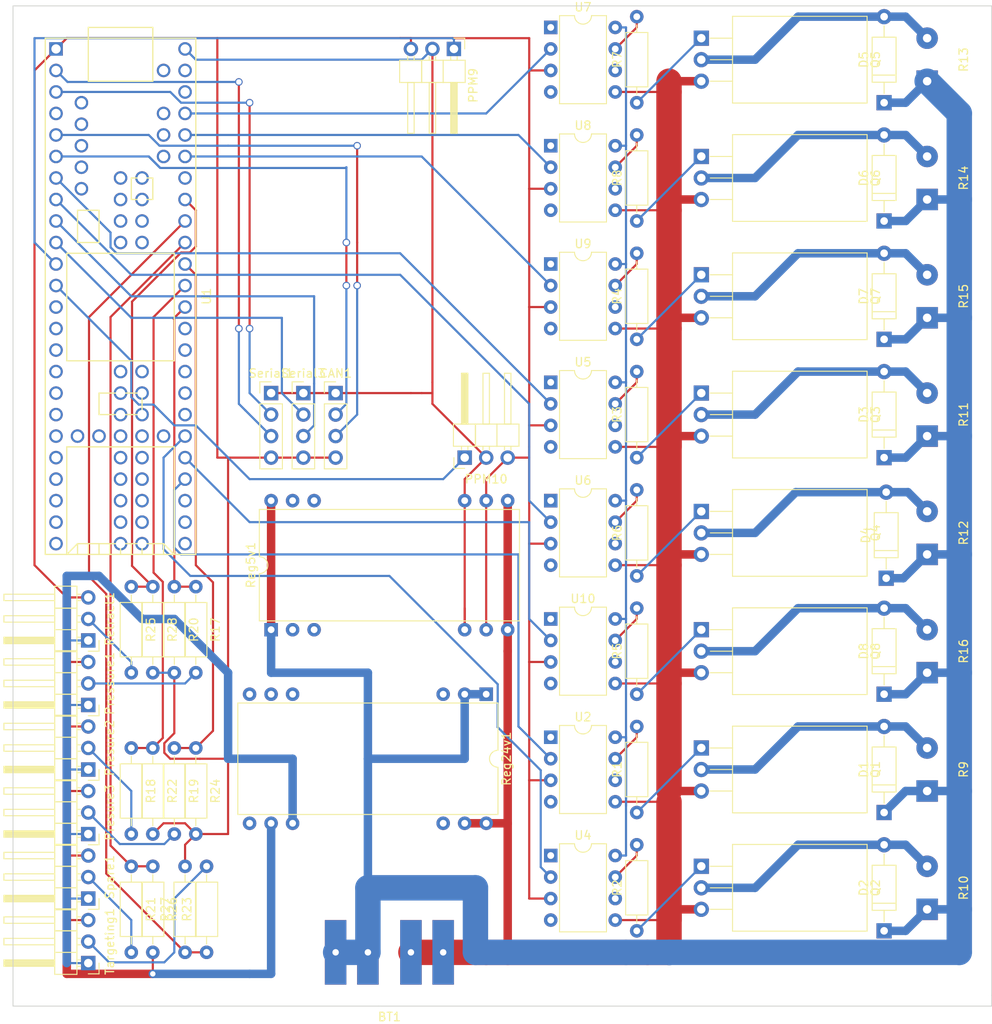
<source format=kicad_pcb>
(kicad_pcb (version 4) (host pcbnew "(2017-02-01 revision d1f8dbb)-4.0")
  (layers (0 F.Cu signal) (31 B.Cu signal) (34 B.Paste user) (35 F.Paste user) (36 B.SilkS user) (37 F.SilkS user) (38 B.Mask user) (39 F.Mask user) (44 Edge.Cuts user))
  (net 0 "")
  (net 1 GND)
  (net 2 "Net-(Q1-Pad1)")
  (net 3 "Net-(R1-Pad2)")
  (net 4 "Net-(Q2-Pad1)")
  (net 5 "Net-(Q3-Pad1)")
  (net 6 "Net-(R3-Pad2)")
  (net 7 "Net-(R4-Pad2)")
  (net 8 +24V)
  (net 9 "Net-(D1-Pad2)")
  (net 10 "Net-(D2-Pad2)")
  (net 11 "Net-(D3-Pad2)")
  (net 12 "Net-(D4-Pad2)")
  (net 13 "Net-(D5-Pad2)")
  (net 14 "Net-(D6-Pad2)")
  (net 15 "Net-(D7-Pad2)")
  (net 16 "Net-(D8-Pad2)")
  (net 17 "Net-(Q4-Pad1)")
  (net 18 "Net-(Q5-Pad1)")
  (net 19 "Net-(Q6-Pad1)")
  (net 20 "Net-(Q7-Pad1)")
  (net 21 "Net-(Q8-Pad1)")
  (net 22 "Net-(R2-Pad2)")
  (net 23 "Net-(R5-Pad2)")
  (net 24 "Net-(R6-Pad2)")
  (net 25 "Net-(R7-Pad2)")
  (net 26 "Net-(R8-Pad2)")
  (net 27 /Sheet58E8F73D/chanel8)
  (net 28 /Sheet58E8F73D/chanel7)
  (net 29 /Sheet58E8F73D/chanel6)
  (net 30 /Sheet58E8F73D/changel5)
  (net 31 /Sheet58E8F73D/chanel4)
  (net 32 /Sheet58E8F73D/chanel3)
  (net 33 /Sheet58E8F73D/chanel2)
  (net 34 /Sheet58E8F73D/chanel1)
  (net 35 /Sheet58E8F73D/cleanGND)
  (net 36 "Net-(Pressure1-Pad1)")
  (net 37 "Net-(Pressure1-Pad2)")
  (net 38 "Net-(Presure2-Pad2)")
  (net 39 "Net-(Presure3-Pad2)")
  (net 40 "Net-(R17-Pad1)")
  (net 41 "Net-(R18-Pad1)")
  (net 42 "Net-(R19-Pad1)")
  (net 43 "Net-(R21-Pad1)")
  (net 44 "Net-(R21-Pad2)")
  (net 45 "Net-(R23-Pad2)")
  (net 46 "Net-(R25-Pad1)")
  (net 47 "Net-(R25-Pad2)")
  (net 48 "Net-(PPM10-Pad1)")
  (net 49 "Net-(PPM9-Pad1)")
  (net 50 "Net-(Serial3-Pad2)")
  (net 51 "Net-(Serial3-Pad3)")
  (net 52 "Net-(CAN1-Pad2)")
  (net 53 "Net-(CAN1-Pad3)")
  (net 54 "Net-(Serial1-Pad2)")
  (net 55 "Net-(Serial1-Pad3)")
  (net 56 "Net-(CAN1-Pad1)")
  (net 57 "Net-(R23-Pad1)")
  (module Resistors_THT:R_Axial_DIN0207_L6.3mm_D2.5mm_P10.16mm_Horizontal (layer F.Cu) (at 189.23 181.61 270)
    (fp_text reference R22 (at 5.08 -2.31 270) (layer F.SilkS))
    (fp_text value R)
    (pad 1 thru_hole circle (at 0 0 270) (size 1.6 1.6) (drill 0.8) (layers *.Cu *.Mask) (net 41 "Net-(R18-Pad1)"))
    (pad 2 thru_hole oval (at 10.16 0 270) (size 1.6 1.6) (drill 0.8) (layers *.Cu *.Mask) (net 35 /Sheet58E8F73D/cleanGND))
  )
  (module Pin_Headers:Pin_Header_Angled_1x03_Pitch2.54mm (layer F.Cu) (at 226.06 147.32 90)
    (fp_text reference PPM10 (at -2.54 2.54 180) (layer F.SilkS))
    (fp_text value CONN_01X03)
    (pad 1 thru_hole rect (at 0 0 90) (size 1.7 1.7) (drill 1) (layers *.Cu *.Mask) (net 48 "Net-(PPM10-Pad1)"))
    (pad 2 thru_hole oval (at 0 2.54 90) (size 1.7 1.7) (drill 1) (layers *.Cu *.Mask) (net 56 "Net-(CAN1-Pad1)"))
    (pad 3 thru_hole oval (at 0 5.08 90) (size 1.7 1.7) (drill 1) (layers *.Cu *.Mask) (net 35 /Sheet58E8F73D/cleanGND))
  )
  (module Housings_DIP:DIP-8_W7.62mm (layer F.Cu) (at 236.22 194.31)
    (fp_text reference U4 (at 3.81 -2.39) (layer F.SilkS))
    (fp_text value HCPL3120)
    (pad 1 thru_hole rect (at 0 0) (size 1.6 1.6) (drill 0.8) (layers *.Cu *.Mask))
    (pad 5 thru_hole oval (at 7.62 7.62) (size 1.6 1.6) (drill 0.8) (layers *.Cu *.Mask) (net 1 GND))
    (pad 2 thru_hole oval (at 0 2.54) (size 1.6 1.6) (drill 0.8) (layers *.Cu *.Mask) (net 33 /Sheet58E8F73D/chanel2))
    (pad 6 thru_hole oval (at 7.62 5.08) (size 1.6 1.6) (drill 0.8) (layers *.Cu *.Mask))
    (pad 3 thru_hole oval (at 0 5.08) (size 1.6 1.6) (drill 0.8) (layers *.Cu *.Mask) (net 35 /Sheet58E8F73D/cleanGND))
    (pad 7 thru_hole oval (at 7.62 2.54) (size 1.6 1.6) (drill 0.8) (layers *.Cu *.Mask) (net 22 "Net-(R2-Pad2)"))
    (pad 4 thru_hole oval (at 0 7.62) (size 1.6 1.6) (drill 0.8) (layers *.Cu *.Mask))
    (pad 8 thru_hole oval (at 7.62 0) (size 1.6 1.6) (drill 0.8) (layers *.Cu *.Mask) (net 8 +24V))
  )
  (module wsResistorNorm:R_Axial_DIN0207_L6.3mm_D2.5mm_P10.16mm_Horizontal (layer F.Cu) (at 246.38 133.35 90)
    (fp_text reference R4 (at 5.08 -2.31 90) (layer F.SilkS))
    (fp_text value R)
    (pad 1 thru_hole circle (at 0 0 90) (size 1.6 1.6) (drill 0.8) (layers *.Cu *.Mask) (net 20 "Net-(Q7-Pad1)"))
    (pad 2 thru_hole oval (at 10.16 0 90) (size 1.6 1.6) (drill 0.8) (layers *.Cu *.Mask) (net 7 "Net-(R4-Pad2)"))
  )
  (module wsResistorNorm:R_Axial_DIN0207_L6.3mm_D2.5mm_P10.16mm_Horizontal (layer F.Cu) (at 246.38 119.38 90)
    (fp_text reference R8 (at 5.08 -2.31 90) (layer F.SilkS))
    (fp_text value R)
    (pad 1 thru_hole circle (at 0 0 90) (size 1.6 1.6) (drill 0.8) (layers *.Cu *.Mask) (net 19 "Net-(Q6-Pad1)"))
    (pad 2 thru_hole oval (at 10.16 0 90) (size 1.6 1.6) (drill 0.8) (layers *.Cu *.Mask) (net 26 "Net-(R8-Pad2)"))
  )
  (module Housings_DIP:DIP-8_W7.62mm (layer F.Cu) (at 236.22 124.46)
    (fp_text reference U9 (at 3.81 -2.39) (layer F.SilkS))
    (fp_text value HCPL3120)
    (pad 1 thru_hole rect (at 0 0) (size 1.6 1.6) (drill 0.8) (layers *.Cu *.Mask))
    (pad 5 thru_hole oval (at 7.62 7.62) (size 1.6 1.6) (drill 0.8) (layers *.Cu *.Mask) (net 1 GND))
    (pad 2 thru_hole oval (at 0 2.54) (size 1.6 1.6) (drill 0.8) (layers *.Cu *.Mask) (net 28 /Sheet58E8F73D/chanel7))
    (pad 6 thru_hole oval (at 7.62 5.08) (size 1.6 1.6) (drill 0.8) (layers *.Cu *.Mask))
    (pad 3 thru_hole oval (at 0 5.08) (size 1.6 1.6) (drill 0.8) (layers *.Cu *.Mask) (net 35 /Sheet58E8F73D/cleanGND))
    (pad 7 thru_hole oval (at 7.62 2.54) (size 1.6 1.6) (drill 0.8) (layers *.Cu *.Mask) (net 7 "Net-(R4-Pad2)"))
    (pad 4 thru_hole oval (at 0 7.62) (size 1.6 1.6) (drill 0.8) (layers *.Cu *.Mask))
    (pad 8 thru_hole oval (at 7.62 0) (size 1.6 1.6) (drill 0.8) (layers *.Cu *.Mask) (net 8 +24V))
  )
  (module TO_SOT_Packages_THT:TO-220_Horizontal (layer F.Cu) (at 254 125.73 270)
    (fp_text reference Q7 (at 2.54 -20.58 270) (layer F.SilkS))
    (fp_text value IRLZ34N)
    (pad 0 np_thru_hole oval (at 2.54 -16.66 270) (size 3.5 3.5) (drill 3.5) (layers *.Cu *.Mask))
    (pad 1 thru_hole rect (at 0 0 270) (size 1.8 1.8) (drill 1) (layers *.Cu *.Mask) (net 20 "Net-(Q7-Pad1)"))
    (pad 2 thru_hole oval (at 2.54 0 270) (size 1.8 1.8) (drill 1) (layers *.Cu *.Mask) (net 15 "Net-(D7-Pad2)"))
    (pad 3 thru_hole oval (at 5.08 0 270) (size 1.8 1.8) (drill 1) (layers *.Cu *.Mask) (net 1 GND))
  )
  (module Diodes_THT:D_A-405_P10.16mm_Horizontal (layer F.Cu) (at 275.59 119.38 90)
    (fp_text reference D6 (at 5.08 -2.41 90) (layer F.SilkS))
    (fp_text value D)
    (pad 1 thru_hole rect (at 0 0 90) (size 1.8 1.8) (drill 0.9) (layers *.Cu *.Mask) (net 8 +24V))
    (pad 2 thru_hole oval (at 10.16 0 90) (size 1.8 1.8) (drill 0.9) (layers *.Cu *.Mask) (net 14 "Net-(D6-Pad2)"))
  )
  (module TO_SOT_Packages_THT:TO-220_Horizontal (layer F.Cu) (at 254 111.76 270)
    (fp_text reference Q6 (at 2.54 -20.58 270) (layer F.SilkS))
    (fp_text value IRLZ34N)
    (pad 0 np_thru_hole oval (at 2.54 -16.66 270) (size 3.5 3.5) (drill 3.5) (layers *.Cu *.Mask))
    (pad 1 thru_hole rect (at 0 0 270) (size 1.8 1.8) (drill 1) (layers *.Cu *.Mask) (net 19 "Net-(Q6-Pad1)"))
    (pad 2 thru_hole oval (at 2.54 0 270) (size 1.8 1.8) (drill 1) (layers *.Cu *.Mask) (net 14 "Net-(D6-Pad2)"))
    (pad 3 thru_hole oval (at 5.08 0 270) (size 1.8 1.8) (drill 1) (layers *.Cu *.Mask) (net 1 GND))
  )
  (module Housings_DIP:DIP-8_W7.62mm (layer F.Cu) (at 236.22 180.34)
    (fp_text reference U2 (at 3.81 -2.39) (layer F.SilkS))
    (fp_text value HCPL3120)
    (pad 1 thru_hole rect (at 0 0) (size 1.6 1.6) (drill 0.8) (layers *.Cu *.Mask))
    (pad 5 thru_hole oval (at 7.62 7.62) (size 1.6 1.6) (drill 0.8) (layers *.Cu *.Mask) (net 1 GND))
    (pad 2 thru_hole oval (at 0 2.54) (size 1.6 1.6) (drill 0.8) (layers *.Cu *.Mask) (net 34 /Sheet58E8F73D/chanel1))
    (pad 6 thru_hole oval (at 7.62 5.08) (size 1.6 1.6) (drill 0.8) (layers *.Cu *.Mask))
    (pad 3 thru_hole oval (at 0 5.08) (size 1.6 1.6) (drill 0.8) (layers *.Cu *.Mask) (net 35 /Sheet58E8F73D/cleanGND))
    (pad 7 thru_hole oval (at 7.62 2.54) (size 1.6 1.6) (drill 0.8) (layers *.Cu *.Mask) (net 3 "Net-(R1-Pad2)"))
    (pad 4 thru_hole oval (at 0 7.62) (size 1.6 1.6) (drill 0.8) (layers *.Cu *.Mask))
    (pad 8 thru_hole oval (at 7.62 0) (size 1.6 1.6) (drill 0.8) (layers *.Cu *.Mask) (net 8 +24V))
  )
  (module Housings_DIP:DIP-8_W7.62mm (layer F.Cu) (at 236.22 138.43)
    (fp_text reference U5 (at 3.81 -2.39) (layer F.SilkS))
    (fp_text value HCPL3120)
    (pad 1 thru_hole rect (at 0 0) (size 1.6 1.6) (drill 0.8) (layers *.Cu *.Mask))
    (pad 5 thru_hole oval (at 7.62 7.62) (size 1.6 1.6) (drill 0.8) (layers *.Cu *.Mask) (net 1 GND))
    (pad 2 thru_hole oval (at 0 2.54) (size 1.6 1.6) (drill 0.8) (layers *.Cu *.Mask) (net 32 /Sheet58E8F73D/chanel3))
    (pad 6 thru_hole oval (at 7.62 5.08) (size 1.6 1.6) (drill 0.8) (layers *.Cu *.Mask))
    (pad 3 thru_hole oval (at 0 5.08) (size 1.6 1.6) (drill 0.8) (layers *.Cu *.Mask) (net 35 /Sheet58E8F73D/cleanGND))
    (pad 7 thru_hole oval (at 7.62 2.54) (size 1.6 1.6) (drill 0.8) (layers *.Cu *.Mask) (net 6 "Net-(R3-Pad2)"))
    (pad 4 thru_hole oval (at 0 7.62) (size 1.6 1.6) (drill 0.8) (layers *.Cu *.Mask))
    (pad 8 thru_hole oval (at 7.62 0) (size 1.6 1.6) (drill 0.8) (layers *.Cu *.Mask) (net 8 +24V))
  )
  (module Housings_DIP:DIP-8_W7.62mm (layer F.Cu) (at 236.22 152.4)
    (fp_text reference U6 (at 3.81 -2.39) (layer F.SilkS))
    (fp_text value HCPL3120)
    (pad 1 thru_hole rect (at 0 0) (size 1.6 1.6) (drill 0.8) (layers *.Cu *.Mask))
    (pad 5 thru_hole oval (at 7.62 7.62) (size 1.6 1.6) (drill 0.8) (layers *.Cu *.Mask) (net 1 GND))
    (pad 2 thru_hole oval (at 0 2.54) (size 1.6 1.6) (drill 0.8) (layers *.Cu *.Mask) (net 31 /Sheet58E8F73D/chanel4))
    (pad 6 thru_hole oval (at 7.62 5.08) (size 1.6 1.6) (drill 0.8) (layers *.Cu *.Mask))
    (pad 3 thru_hole oval (at 0 5.08) (size 1.6 1.6) (drill 0.8) (layers *.Cu *.Mask) (net 35 /Sheet58E8F73D/cleanGND))
    (pad 7 thru_hole oval (at 7.62 2.54) (size 1.6 1.6) (drill 0.8) (layers *.Cu *.Mask) (net 24 "Net-(R6-Pad2)"))
    (pad 4 thru_hole oval (at 0 7.62) (size 1.6 1.6) (drill 0.8) (layers *.Cu *.Mask))
    (pad 8 thru_hole oval (at 7.62 0) (size 1.6 1.6) (drill 0.8) (layers *.Cu *.Mask) (net 8 +24V))
  )
  (module Housings_DIP:DIP-8_W7.62mm (layer F.Cu) (at 236.22 96.52)
    (fp_text reference U7 (at 3.81 -2.39) (layer F.SilkS))
    (fp_text value HCPL3120)
    (pad 1 thru_hole rect (at 0 0) (size 1.6 1.6) (drill 0.8) (layers *.Cu *.Mask))
    (pad 5 thru_hole oval (at 7.62 7.62) (size 1.6 1.6) (drill 0.8) (layers *.Cu *.Mask) (net 1 GND))
    (pad 2 thru_hole oval (at 0 2.54) (size 1.6 1.6) (drill 0.8) (layers *.Cu *.Mask) (net 30 /Sheet58E8F73D/changel5))
    (pad 6 thru_hole oval (at 7.62 5.08) (size 1.6 1.6) (drill 0.8) (layers *.Cu *.Mask))
    (pad 3 thru_hole oval (at 0 5.08) (size 1.6 1.6) (drill 0.8) (layers *.Cu *.Mask) (net 35 /Sheet58E8F73D/cleanGND))
    (pad 7 thru_hole oval (at 7.62 2.54) (size 1.6 1.6) (drill 0.8) (layers *.Cu *.Mask) (net 25 "Net-(R7-Pad2)"))
    (pad 4 thru_hole oval (at 0 7.62) (size 1.6 1.6) (drill 0.8) (layers *.Cu *.Mask))
    (pad 8 thru_hole oval (at 7.62 0) (size 1.6 1.6) (drill 0.8) (layers *.Cu *.Mask) (net 8 +24V))
  )
  (module Housings_DIP:DIP-8_W7.62mm (layer F.Cu) (at 236.22 110.49)
    (fp_text reference U8 (at 3.81 -2.39) (layer F.SilkS))
    (fp_text value HCPL3120)
    (pad 1 thru_hole rect (at 0 0) (size 1.6 1.6) (drill 0.8) (layers *.Cu *.Mask))
    (pad 5 thru_hole oval (at 7.62 7.62) (size 1.6 1.6) (drill 0.8) (layers *.Cu *.Mask) (net 1 GND))
    (pad 2 thru_hole oval (at 0 2.54) (size 1.6 1.6) (drill 0.8) (layers *.Cu *.Mask) (net 29 /Sheet58E8F73D/chanel6))
    (pad 6 thru_hole oval (at 7.62 5.08) (size 1.6 1.6) (drill 0.8) (layers *.Cu *.Mask))
    (pad 3 thru_hole oval (at 0 5.08) (size 1.6 1.6) (drill 0.8) (layers *.Cu *.Mask) (net 35 /Sheet58E8F73D/cleanGND))
    (pad 7 thru_hole oval (at 7.62 2.54) (size 1.6 1.6) (drill 0.8) (layers *.Cu *.Mask) (net 26 "Net-(R8-Pad2)"))
    (pad 4 thru_hole oval (at 0 7.62) (size 1.6 1.6) (drill 0.8) (layers *.Cu *.Mask))
    (pad 8 thru_hole oval (at 7.62 0) (size 1.6 1.6) (drill 0.8) (layers *.Cu *.Mask) (net 8 +24V))
  )
  (module Housings_DIP:DIP-8_W7.62mm (layer F.Cu) (at 236.22 166.37)
    (fp_text reference U10 (at 3.81 -2.39) (layer F.SilkS))
    (fp_text value HCPL3120)
    (pad 1 thru_hole rect (at 0 0) (size 1.6 1.6) (drill 0.8) (layers *.Cu *.Mask))
    (pad 5 thru_hole oval (at 7.62 7.62) (size 1.6 1.6) (drill 0.8) (layers *.Cu *.Mask) (net 1 GND))
    (pad 2 thru_hole oval (at 0 2.54) (size 1.6 1.6) (drill 0.8) (layers *.Cu *.Mask) (net 27 /Sheet58E8F73D/chanel8))
    (pad 6 thru_hole oval (at 7.62 5.08) (size 1.6 1.6) (drill 0.8) (layers *.Cu *.Mask))
    (pad 3 thru_hole oval (at 0 5.08) (size 1.6 1.6) (drill 0.8) (layers *.Cu *.Mask) (net 35 /Sheet58E8F73D/cleanGND))
    (pad 7 thru_hole oval (at 7.62 2.54) (size 1.6 1.6) (drill 0.8) (layers *.Cu *.Mask) (net 23 "Net-(R5-Pad2)"))
    (pad 4 thru_hole oval (at 0 7.62) (size 1.6 1.6) (drill 0.8) (layers *.Cu *.Mask))
    (pad 8 thru_hole oval (at 7.62 0) (size 1.6 1.6) (drill 0.8) (layers *.Cu *.Mask) (net 8 +24V))
  )
  (module wsResistorNorm:R_Axial_DIN0207_L6.3mm_D2.5mm_P10.16mm_Horizontal (layer F.Cu) (at 246.38 189.23 90)
    (fp_text reference R1 (at 5.08 -2.31 90) (layer F.SilkS))
    (fp_text value R)
    (pad 1 thru_hole circle (at 0 0 90) (size 1.6 1.6) (drill 0.8) (layers *.Cu *.Mask) (net 2 "Net-(Q1-Pad1)"))
    (pad 2 thru_hole oval (at 10.16 0 90) (size 1.6 1.6) (drill 0.8) (layers *.Cu *.Mask) (net 3 "Net-(R1-Pad2)"))
  )
  (module wsResistorNorm:R_Axial_DIN0207_L6.3mm_D2.5mm_P10.16mm_Horizontal (layer F.Cu) (at 246.38 203.2 90)
    (fp_text reference R2 (at 5.08 -2.31 90) (layer F.SilkS))
    (fp_text value R)
    (pad 1 thru_hole circle (at 0 0 90) (size 1.6 1.6) (drill 0.8) (layers *.Cu *.Mask) (net 4 "Net-(Q2-Pad1)"))
    (pad 2 thru_hole oval (at 10.16 0 90) (size 1.6 1.6) (drill 0.8) (layers *.Cu *.Mask) (net 22 "Net-(R2-Pad2)"))
  )
  (module wsResistorNorm:R_Axial_DIN0207_L6.3mm_D2.5mm_P10.16mm_Horizontal (layer F.Cu) (at 246.38 147.32 90)
    (fp_text reference R3 (at 5.08 -2.31 90) (layer F.SilkS))
    (fp_text value R)
    (pad 1 thru_hole circle (at 0 0 90) (size 1.6 1.6) (drill 0.8) (layers *.Cu *.Mask) (net 5 "Net-(Q3-Pad1)"))
    (pad 2 thru_hole oval (at 10.16 0 90) (size 1.6 1.6) (drill 0.8) (layers *.Cu *.Mask) (net 6 "Net-(R3-Pad2)"))
  )
  (module wsResistorNorm:R_Axial_DIN0207_L6.3mm_D2.5mm_P10.16mm_Horizontal (layer F.Cu) (at 246.38 175.26 90)
    (fp_text reference R5 (at 5.08 -2.31 90) (layer F.SilkS))
    (fp_text value R)
    (pad 1 thru_hole circle (at 0 0 90) (size 1.6 1.6) (drill 0.8) (layers *.Cu *.Mask) (net 21 "Net-(Q8-Pad1)"))
    (pad 2 thru_hole oval (at 10.16 0 90) (size 1.6 1.6) (drill 0.8) (layers *.Cu *.Mask) (net 23 "Net-(R5-Pad2)"))
  )
  (module wsResistorNorm:R_Axial_DIN0207_L6.3mm_D2.5mm_P10.16mm_Horizontal (layer F.Cu) (at 246.38 161.29 90)
    (fp_text reference R6 (at 5.08 -2.31 90) (layer F.SilkS))
    (fp_text value R)
    (pad 1 thru_hole circle (at 0 0 90) (size 1.6 1.6) (drill 0.8) (layers *.Cu *.Mask) (net 17 "Net-(Q4-Pad1)"))
    (pad 2 thru_hole oval (at 10.16 0 90) (size 1.6 1.6) (drill 0.8) (layers *.Cu *.Mask) (net 24 "Net-(R6-Pad2)"))
  )
  (module wsResistorNorm:R_Axial_DIN0207_L6.3mm_D2.5mm_P10.16mm_Horizontal (layer F.Cu) (at 246.38 105.41 90)
    (fp_text reference R7 (at 5.08 -2.31 90) (layer F.SilkS))
    (fp_text value R)
    (pad 1 thru_hole circle (at 0 0 90) (size 1.6 1.6) (drill 0.8) (layers *.Cu *.Mask) (net 18 "Net-(Q5-Pad1)"))
    (pad 2 thru_hole oval (at 10.16 0 90) (size 1.6 1.6) (drill 0.8) (layers *.Cu *.Mask) (net 25 "Net-(R7-Pad2)"))
  )
  (module Diodes_THT:D_A-405_P10.16mm_Horizontal (layer F.Cu) (at 275.59 189.23 90)
    (fp_text reference D1 (at 5.08 -2.41 90) (layer F.SilkS))
    (fp_text value D)
    (pad 1 thru_hole rect (at 0 0 90) (size 1.8 1.8) (drill 0.9) (layers *.Cu *.Mask) (net 8 +24V))
    (pad 2 thru_hole oval (at 10.16 0 90) (size 1.8 1.8) (drill 0.9) (layers *.Cu *.Mask) (net 9 "Net-(D1-Pad2)"))
  )
  (module Diodes_THT:D_A-405_P10.16mm_Horizontal (layer F.Cu) (at 275.59 203.2 90)
    (fp_text reference D2 (at 5.08 -2.41 90) (layer F.SilkS))
    (fp_text value D)
    (pad 1 thru_hole rect (at 0 0 90) (size 1.8 1.8) (drill 0.9) (layers *.Cu *.Mask) (net 8 +24V))
    (pad 2 thru_hole oval (at 10.16 0 90) (size 1.8 1.8) (drill 0.9) (layers *.Cu *.Mask) (net 10 "Net-(D2-Pad2)"))
  )
  (module Diodes_THT:D_A-405_P10.16mm_Horizontal (layer F.Cu) (at 275.59 147.32 90)
    (fp_text reference D3 (at 5.08 -2.41 90) (layer F.SilkS))
    (fp_text value D)
    (pad 1 thru_hole rect (at 0 0 90) (size 1.8 1.8) (drill 0.9) (layers *.Cu *.Mask) (net 8 +24V))
    (pad 2 thru_hole oval (at 10.16 0 90) (size 1.8 1.8) (drill 0.9) (layers *.Cu *.Mask) (net 11 "Net-(D3-Pad2)"))
  )
  (module Diodes_THT:D_A-405_P10.16mm_Horizontal (layer F.Cu) (at 275.834344 161.559448 90)
    (fp_text reference D4 (at 5.08 -2.41 90) (layer F.SilkS))
    (fp_text value D)
    (pad 1 thru_hole rect (at 0 0 90) (size 1.8 1.8) (drill 0.9) (layers *.Cu *.Mask) (net 8 +24V))
    (pad 2 thru_hole oval (at 10.16 0 90) (size 1.8 1.8) (drill 0.9) (layers *.Cu *.Mask) (net 12 "Net-(D4-Pad2)"))
  )
  (module Diodes_THT:D_A-405_P10.16mm_Horizontal (layer F.Cu) (at 275.59 105.41 90)
    (fp_text reference D5 (at 5.08 -2.41 90) (layer F.SilkS))
    (fp_text value D)
    (pad 1 thru_hole rect (at 0 0 90) (size 1.8 1.8) (drill 0.9) (layers *.Cu *.Mask) (net 8 +24V))
    (pad 2 thru_hole oval (at 10.16 0 90) (size 1.8 1.8) (drill 0.9) (layers *.Cu *.Mask) (net 13 "Net-(D5-Pad2)"))
  )
  (module Diodes_THT:D_A-405_P10.16mm_Horizontal (layer F.Cu) (at 275.59 133.35 90)
    (fp_text reference D7 (at 5.08 -2.41 90) (layer F.SilkS))
    (fp_text value D)
    (pad 1 thru_hole rect (at 0 0 90) (size 1.8 1.8) (drill 0.9) (layers *.Cu *.Mask) (net 8 +24V))
    (pad 2 thru_hole oval (at 10.16 0 90) (size 1.8 1.8) (drill 0.9) (layers *.Cu *.Mask) (net 15 "Net-(D7-Pad2)"))
  )
  (module Diodes_THT:D_A-405_P10.16mm_Horizontal (layer F.Cu) (at 275.59 175.26 90)
    (fp_text reference D8 (at 5.08 -2.41 90) (layer F.SilkS))
    (fp_text value D)
    (pad 1 thru_hole rect (at 0 0 90) (size 1.8 1.8) (drill 0.9) (layers *.Cu *.Mask) (net 8 +24V))
    (pad 2 thru_hole oval (at 10.16 0 90) (size 1.8 1.8) (drill 0.9) (layers *.Cu *.Mask) (net 16 "Net-(D8-Pad2)"))
  )
  (module TO_SOT_Packages_THT:TO-220_Horizontal (layer F.Cu) (at 254 181.61 270)
    (fp_text reference Q1 (at 2.54 -20.58 270) (layer F.SilkS))
    (fp_text value IRLZ34N)
    (pad 0 np_thru_hole oval (at 2.54 -16.66 270) (size 3.5 3.5) (drill 3.5) (layers *.Cu *.Mask))
    (pad 1 thru_hole rect (at 0 0 270) (size 1.8 1.8) (drill 1) (layers *.Cu *.Mask) (net 2 "Net-(Q1-Pad1)"))
    (pad 2 thru_hole oval (at 2.54 0 270) (size 1.8 1.8) (drill 1) (layers *.Cu *.Mask) (net 9 "Net-(D1-Pad2)"))
    (pad 3 thru_hole oval (at 5.08 0 270) (size 1.8 1.8) (drill 1) (layers *.Cu *.Mask) (net 1 GND))
  )
  (module TO_SOT_Packages_THT:TO-220_Horizontal (layer F.Cu) (at 254 195.58 270)
    (fp_text reference Q2 (at 2.54 -20.58 270) (layer F.SilkS))
    (fp_text value IRLZ34N)
    (pad 0 np_thru_hole oval (at 2.54 -16.66 270) (size 3.5 3.5) (drill 3.5) (layers *.Cu *.Mask))
    (pad 1 thru_hole rect (at 0 0 270) (size 1.8 1.8) (drill 1) (layers *.Cu *.Mask) (net 4 "Net-(Q2-Pad1)"))
    (pad 2 thru_hole oval (at 2.54 0 270) (size 1.8 1.8) (drill 1) (layers *.Cu *.Mask) (net 10 "Net-(D2-Pad2)"))
    (pad 3 thru_hole oval (at 5.08 0 270) (size 1.8 1.8) (drill 1) (layers *.Cu *.Mask) (net 1 GND))
  )
  (module TO_SOT_Packages_THT:TO-220_Horizontal (layer F.Cu) (at 254 139.7 270)
    (fp_text reference Q3 (at 2.54 -20.58 270) (layer F.SilkS))
    (fp_text value IRLZ34N)
    (pad 0 np_thru_hole oval (at 2.54 -16.66 270) (size 3.5 3.5) (drill 3.5) (layers *.Cu *.Mask))
    (pad 1 thru_hole rect (at 0 0 270) (size 1.8 1.8) (drill 1) (layers *.Cu *.Mask) (net 5 "Net-(Q3-Pad1)"))
    (pad 2 thru_hole oval (at 2.54 0 270) (size 1.8 1.8) (drill 1) (layers *.Cu *.Mask) (net 11 "Net-(D3-Pad2)"))
    (pad 3 thru_hole oval (at 5.08 0 270) (size 1.8 1.8) (drill 1) (layers *.Cu *.Mask) (net 1 GND))
  )
  (module TO_SOT_Packages_THT:TO-220_Horizontal (layer F.Cu) (at 254 153.67 270)
    (fp_text reference Q4 (at 2.54 -20.58 270) (layer F.SilkS))
    (fp_text value IRLZ34N)
    (pad 0 np_thru_hole oval (at 2.54 -16.66 270) (size 3.5 3.5) (drill 3.5) (layers *.Cu *.Mask))
    (pad 1 thru_hole rect (at 0 0 270) (size 1.8 1.8) (drill 1) (layers *.Cu *.Mask) (net 17 "Net-(Q4-Pad1)"))
    (pad 2 thru_hole oval (at 2.54 0 270) (size 1.8 1.8) (drill 1) (layers *.Cu *.Mask) (net 12 "Net-(D4-Pad2)"))
    (pad 3 thru_hole oval (at 5.08 0 270) (size 1.8 1.8) (drill 1) (layers *.Cu *.Mask) (net 1 GND))
  )
  (module TO_SOT_Packages_THT:TO-220_Horizontal (layer F.Cu) (at 254 97.79 270)
    (fp_text reference Q5 (at 2.54 -20.58 270) (layer F.SilkS))
    (fp_text value IRLZ34N)
    (pad 0 np_thru_hole oval (at 2.54 -16.66 270) (size 3.5 3.5) (drill 3.5) (layers *.Cu *.Mask))
    (pad 1 thru_hole rect (at 0 0 270) (size 1.8 1.8) (drill 1) (layers *.Cu *.Mask) (net 18 "Net-(Q5-Pad1)"))
    (pad 2 thru_hole oval (at 2.54 0 270) (size 1.8 1.8) (drill 1) (layers *.Cu *.Mask) (net 13 "Net-(D5-Pad2)"))
    (pad 3 thru_hole oval (at 5.08 0 270) (size 1.8 1.8) (drill 1) (layers *.Cu *.Mask) (net 1 GND))
  )
  (module TO_SOT_Packages_THT:TO-220_Horizontal (layer F.Cu) (at 254 167.64 270)
    (fp_text reference Q8 (at 2.54 -20.58 270) (layer F.SilkS))
    (fp_text value IRLZ34N)
    (pad 0 np_thru_hole oval (at 2.54 -16.66 270) (size 3.5 3.5) (drill 3.5) (layers *.Cu *.Mask))
    (pad 1 thru_hole rect (at 0 0 270) (size 1.8 1.8) (drill 1) (layers *.Cu *.Mask) (net 21 "Net-(Q8-Pad1)"))
    (pad 2 thru_hole oval (at 2.54 0 270) (size 1.8 1.8) (drill 1) (layers *.Cu *.Mask) (net 16 "Net-(D8-Pad2)"))
    (pad 3 thru_hole oval (at 5.08 0 270) (size 1.8 1.8) (drill 1) (layers *.Cu *.Mask) (net 1 GND))
  )
  (module Resistors_THT:R_Axial_DIN0207_L6.3mm_D2.5mm_P10.16mm_Horizontal (layer F.Cu) (at 194.31 162.56 270)
    (fp_text reference R17 (at 5.08 -2.31 270) (layer F.SilkS))
    (fp_text value R)
    (pad 1 thru_hole circle (at 0 0 270) (size 1.6 1.6) (drill 0.8) (layers *.Cu *.Mask) (net 40 "Net-(R17-Pad1)"))
    (pad 2 thru_hole oval (at 10.16 0 270) (size 1.6 1.6) (drill 0.8) (layers *.Cu *.Mask) (net 37 "Net-(Pressure1-Pad2)"))
  )
  (module Resistors_THT:R_Axial_DIN0207_L6.3mm_D2.5mm_P10.16mm_Horizontal (layer F.Cu) (at 186.69 181.61 270)
    (fp_text reference R18 (at 5.08 -2.31 270) (layer F.SilkS))
    (fp_text value R)
    (pad 1 thru_hole circle (at 0 0 270) (size 1.6 1.6) (drill 0.8) (layers *.Cu *.Mask) (net 41 "Net-(R18-Pad1)"))
    (pad 2 thru_hole oval (at 10.16 0 270) (size 1.6 1.6) (drill 0.8) (layers *.Cu *.Mask) (net 38 "Net-(Presure2-Pad2)"))
  )
  (module Resistors_THT:R_Axial_DIN0207_L6.3mm_D2.5mm_P10.16mm_Horizontal (layer F.Cu) (at 191.77 181.61 270)
    (fp_text reference R19 (at 5.08 -2.31 270) (layer F.SilkS))
    (fp_text value R)
    (pad 1 thru_hole circle (at 0 0 270) (size 1.6 1.6) (drill 0.8) (layers *.Cu *.Mask) (net 42 "Net-(R19-Pad1)"))
    (pad 2 thru_hole oval (at 10.16 0 270) (size 1.6 1.6) (drill 0.8) (layers *.Cu *.Mask) (net 39 "Net-(Presure3-Pad2)"))
  )
  (module Resistors_THT:R_Axial_DIN0207_L6.3mm_D2.5mm_P10.16mm_Horizontal (layer F.Cu) (at 191.77 162.56 270)
    (fp_text reference R20 (at 5.08 -2.31 270) (layer F.SilkS))
    (fp_text value R)
    (pad 1 thru_hole circle (at 0 0 270) (size 1.6 1.6) (drill 0.8) (layers *.Cu *.Mask) (net 40 "Net-(R17-Pad1)"))
    (pad 2 thru_hole oval (at 10.16 0 270) (size 1.6 1.6) (drill 0.8) (layers *.Cu *.Mask) (net 35 /Sheet58E8F73D/cleanGND))
  )
  (module Resistors_THT:R_Axial_DIN0207_L6.3mm_D2.5mm_P10.16mm_Horizontal (layer F.Cu) (at 186.69 195.58 270)
    (fp_text reference R21 (at 5.08 -2.31 270) (layer F.SilkS))
    (fp_text value R)
    (pad 1 thru_hole circle (at 0 0 270) (size 1.6 1.6) (drill 0.8) (layers *.Cu *.Mask) (net 43 "Net-(R21-Pad1)"))
    (pad 2 thru_hole oval (at 10.16 0 270) (size 1.6 1.6) (drill 0.8) (layers *.Cu *.Mask) (net 44 "Net-(R21-Pad2)"))
  )
  (module Resistors_THT:R_Axial_DIN0207_L6.3mm_D2.5mm_P10.16mm_Horizontal (layer F.Cu) (at 195.58 205.74 90)
    (fp_text reference R23 (at 5.08 -2.31 90) (layer F.SilkS))
    (fp_text value R)
    (pad 1 thru_hole circle (at 0 0 90) (size 1.6 1.6) (drill 0.8) (layers *.Cu *.Mask) (net 57 "Net-(R23-Pad1)"))
    (pad 2 thru_hole oval (at 10.16 0 90) (size 1.6 1.6) (drill 0.8) (layers *.Cu *.Mask) (net 45 "Net-(R23-Pad2)"))
  )
  (module Resistors_THT:R_Axial_DIN0207_L6.3mm_D2.5mm_P10.16mm_Horizontal (layer F.Cu) (at 194.31 181.61 270)
    (fp_text reference R24 (at 5.08 -2.31 270) (layer F.SilkS))
    (fp_text value R)
    (pad 1 thru_hole circle (at 0 0 270) (size 1.6 1.6) (drill 0.8) (layers *.Cu *.Mask) (net 42 "Net-(R19-Pad1)"))
    (pad 2 thru_hole oval (at 10.16 0 270) (size 1.6 1.6) (drill 0.8) (layers *.Cu *.Mask) (net 35 /Sheet58E8F73D/cleanGND))
  )
  (module Resistors_THT:R_Axial_DIN0207_L6.3mm_D2.5mm_P10.16mm_Horizontal (layer F.Cu) (at 186.69 162.56 270)
    (fp_text reference R25 (at 5.08 -2.31 270) (layer F.SilkS))
    (fp_text value R)
    (pad 1 thru_hole circle (at 0 0 270) (size 1.6 1.6) (drill 0.8) (layers *.Cu *.Mask) (net 46 "Net-(R25-Pad1)"))
    (pad 2 thru_hole oval (at 10.16 0 270) (size 1.6 1.6) (drill 0.8) (layers *.Cu *.Mask) (net 47 "Net-(R25-Pad2)"))
  )
  (module Resistors_THT:R_Axial_DIN0207_L6.3mm_D2.5mm_P10.16mm_Horizontal (layer F.Cu) (at 189.23 195.58 270)
    (fp_text reference R26 (at 5.08 -2.31 270) (layer F.SilkS))
    (fp_text value R)
    (pad 1 thru_hole circle (at 0 0 270) (size 1.6 1.6) (drill 0.8) (layers *.Cu *.Mask) (net 43 "Net-(R21-Pad1)"))
    (pad 2 thru_hole oval (at 10.16 0 270) (size 1.6 1.6) (drill 0.8) (layers *.Cu *.Mask) (net 35 /Sheet58E8F73D/cleanGND))
  )
  (module Resistors_THT:R_Axial_DIN0207_L6.3mm_D2.5mm_P10.16mm_Horizontal (layer F.Cu) (at 189.23 162.56 270)
    (fp_text reference R28 (at 5.08 -2.31 270) (layer F.SilkS))
    (fp_text value R)
    (pad 1 thru_hole circle (at 0 0 270) (size 1.6 1.6) (drill 0.8) (layers *.Cu *.Mask) (net 46 "Net-(R25-Pad1)"))
    (pad 2 thru_hole oval (at 10.16 0 270) (size 1.6 1.6) (drill 0.8) (layers *.Cu *.Mask) (net 35 /Sheet58E8F73D/cleanGND))
  )
  (module robotlibary:WSBattery (layer F.Cu) (at 217.17 205.74)
    (fp_text reference BT1 (at 0 7.62) (layer F.SilkS))
    (fp_text value Battery)
    (pad 2 thru_hole rect (at 6.35 0) (size 2.54 7.62) (drill 0.762) (layers *.Cu *.Mask) (net 1 GND))
    (pad 1 thru_hole rect (at -2.54 0) (size 2.54 7.62) (drill 0.762) (layers *.Cu *.Mask) (net 8 +24V))
    (pad 1 thru_hole rect (at -6.35 0) (size 2.54 7.62) (drill 0.762) (layers *.Cu *.Mask) (net 8 +24V))
    (pad 2 thru_hole rect (at 2.54 0) (size 2.54 7.62) (drill 0.762) (layers *.Cu *.Mask) (net 1 GND))
  )
  (module Pin_Headers:Pin_Header_Angled_1x03_Pitch2.54mm (layer F.Cu) (at 224.79 99.06 270)
    (fp_text reference PPM9 (at 4.315 -2.27 270) (layer F.SilkS))
    (fp_text value CONN_01X03)
    (pad 1 thru_hole rect (at 0 0 270) (size 1.7 1.7) (drill 1) (layers *.Cu *.Mask) (net 49 "Net-(PPM9-Pad1)"))
    (pad 2 thru_hole oval (at 0 2.54 270) (size 1.7 1.7) (drill 1) (layers *.Cu *.Mask) (net 56 "Net-(CAN1-Pad1)"))
    (pad 3 thru_hole oval (at 0 5.08 270) (size 1.7 1.7) (drill 1) (layers *.Cu *.Mask) (net 35 /Sheet58E8F73D/cleanGND))
  )
  (module Teensy:Teensy35_36 (layer F.Cu) (at 185.42 128.27 270)
    (fp_text reference U1 (at 0 -10.16 270) (layer F.SilkS))
    (fp_text value Teensy3.5)
    (pad 17 thru_hole circle (at 11.43 7.62 270) (size 1.6 1.6) (drill 1.1) (layers *.Cu *.Mask))
    (pad 18 thru_hole circle (at 13.97 7.62 270) (size 1.6 1.6) (drill 1.1) (layers *.Cu *.Mask))
    (pad 19 thru_hole circle (at 16.51 7.62 270) (size 1.6 1.6) (drill 1.1) (layers *.Cu *.Mask))
    (pad 20 thru_hole circle (at 19.05 7.62 270) (size 1.6 1.6) (drill 1.1) (layers *.Cu *.Mask))
    (pad 16 thru_hole circle (at 8.89 7.62 270) (size 1.6 1.6) (drill 1.1) (layers *.Cu *.Mask))
    (pad 15 thru_hole circle (at 6.35 7.62 270) (size 1.6 1.6) (drill 1.1) (layers *.Cu *.Mask))
    (pad 14 thru_hole circle (at 3.81 7.62 270) (size 1.6 1.6) (drill 1.1) (layers *.Cu *.Mask))
    (pad 21 thru_hole circle (at 21.59 7.62 270) (size 1.6 1.6) (drill 1.1) (layers *.Cu *.Mask))
    (pad 22 thru_hole circle (at 24.13 7.62 270) (size 1.6 1.6) (drill 1.1) (layers *.Cu *.Mask))
    (pad 23 thru_hole circle (at 26.67 7.62 270) (size 1.6 1.6) (drill 1.1) (layers *.Cu *.Mask))
    (pad 24 thru_hole circle (at 29.21 7.62 270) (size 1.6 1.6) (drill 1.1) (layers *.Cu *.Mask))
    (pad 25 thru_hole circle (at 16.51 5.08 270) (size 1.6 1.6) (drill 1.1) (layers *.Cu *.Mask))
    (pad 26 thru_hole circle (at 16.51 2.54 270) (size 1.6 1.6) (drill 1.1) (layers *.Cu *.Mask))
    (pad 27 thru_hole circle (at 16.51 0 270) (size 1.6 1.6) (drill 1.1) (layers *.Cu *.Mask))
    (pad 28 thru_hole circle (at 16.51 -2.54 270) (size 1.6 1.6) (drill 1.1) (layers *.Cu *.Mask))
    (pad 29 thru_hole circle (at 16.51 -5.08 270) (size 1.6 1.6) (drill 1.1) (layers *.Cu *.Mask))
    (pad 30 thru_hole circle (at 29.21 -7.62 270) (size 1.6 1.6) (drill 1.1) (layers *.Cu *.Mask))
    (pad 31 thru_hole circle (at 26.67 -7.62 270) (size 1.6 1.6) (drill 1.1) (layers *.Cu *.Mask))
    (pad 32 thru_hole circle (at 24.13 -7.62 270) (size 1.6 1.6) (drill 1.1) (layers *.Cu *.Mask))
    (pad 33 thru_hole circle (at 21.59 -7.62 270) (size 1.6 1.6) (drill 1.1) (layers *.Cu *.Mask) (net 34 /Sheet58E8F73D/chanel1))
    (pad 34 thru_hole circle (at 19.05 -7.62 270) (size 1.6 1.6) (drill 1.1) (layers *.Cu *.Mask) (net 27 /Sheet58E8F73D/chanel8))
    (pad 35 thru_hole circle (at 16.51 -7.62 270) (size 1.6 1.6) (drill 1.1) (layers *.Cu *.Mask) (net 33 /Sheet58E8F73D/chanel2))
    (pad 36 thru_hole circle (at 13.97 -7.62 270) (size 1.6 1.6) (drill 1.1) (layers *.Cu *.Mask))
    (pad 37 thru_hole circle (at 11.43 -7.62 270) (size 1.6 1.6) (drill 1.1) (layers *.Cu *.Mask))
    (pad 13 thru_hole circle (at 1.27 7.62 270) (size 1.6 1.6) (drill 1.1) (layers *.Cu *.Mask))
    (pad 12 thru_hole circle (at -1.27 7.62 270) (size 1.6 1.6) (drill 1.1) (layers *.Cu *.Mask) (net 48 "Net-(PPM10-Pad1)"))
    (pad 11 thru_hole circle (at -3.81 7.62 270) (size 1.6 1.6) (drill 1.1) (layers *.Cu *.Mask) (net 49 "Net-(PPM9-Pad1)"))
    (pad 10 thru_hole circle (at -6.35 7.62 270) (size 1.6 1.6) (drill 1.1) (layers *.Cu *.Mask) (net 50 "Net-(Serial3-Pad2)"))
    (pad 9 thru_hole circle (at -8.89 7.62 270) (size 1.6 1.6) (drill 1.1) (layers *.Cu *.Mask) (net 51 "Net-(Serial3-Pad3)"))
    (pad 8 thru_hole circle (at -11.43 7.62 270) (size 1.6 1.6) (drill 1.1) (layers *.Cu *.Mask) (net 31 /Sheet58E8F73D/chanel4))
    (pad 7 thru_hole circle (at -13.97 7.62 270) (size 1.6 1.6) (drill 1.1) (layers *.Cu *.Mask) (net 32 /Sheet58E8F73D/chanel3))
    (pad 6 thru_hole circle (at -16.51 7.62 270) (size 1.6 1.6) (drill 1.1) (layers *.Cu *.Mask) (net 52 "Net-(CAN1-Pad2)"))
    (pad 5 thru_hole circle (at -19.05 7.62 270) (size 1.6 1.6) (drill 1.1) (layers *.Cu *.Mask) (net 53 "Net-(CAN1-Pad3)"))
    (pad 4 thru_hole circle (at -21.59 7.62 270) (size 1.6 1.6) (drill 1.1) (layers *.Cu *.Mask))
    (pad 3 thru_hole circle (at -24.13 7.62 270) (size 1.6 1.6) (drill 1.1) (layers *.Cu *.Mask) (net 54 "Net-(Serial1-Pad2)"))
    (pad 2 thru_hole circle (at -26.67 7.62 270) (size 1.6 1.6) (drill 1.1) (layers *.Cu *.Mask) (net 55 "Net-(Serial1-Pad3)"))
    (pad 1 thru_hole rect (at -29.21 7.62 270) (size 1.6 1.6) (drill 1.1) (layers *.Cu *.Mask) (net 35 /Sheet58E8F73D/cleanGND))
    (pad 38 thru_hole circle (at 8.89 -7.62 270) (size 1.6 1.6) (drill 1.1) (layers *.Cu *.Mask))
    (pad 39 thru_hole circle (at 6.35 -7.62 270) (size 1.6 1.6) (drill 1.1) (layers *.Cu *.Mask))
    (pad 40 thru_hole circle (at 3.81 -7.62 270) (size 1.6 1.6) (drill 1.1) (layers *.Cu *.Mask))
    (pad 41 thru_hole circle (at 1.27 -7.62 270) (size 1.6 1.6) (drill 1.1) (layers *.Cu *.Mask) (net 40 "Net-(R17-Pad1)"))
    (pad 42 thru_hole circle (at -1.27 -7.62 270) (size 1.6 1.6) (drill 1.1) (layers *.Cu *.Mask) (net 41 "Net-(R18-Pad1)"))
    (pad 43 thru_hole circle (at -3.81 -7.62 270) (size 1.6 1.6) (drill 1.1) (layers *.Cu *.Mask) (net 42 "Net-(R19-Pad1)"))
    (pad 44 thru_hole circle (at -6.35 -7.62 270) (size 1.6 1.6) (drill 1.1) (layers *.Cu *.Mask) (net 43 "Net-(R21-Pad1)"))
    (pad 45 thru_hole circle (at -8.89 -7.62 270) (size 1.6 1.6) (drill 1.1) (layers *.Cu *.Mask) (net 57 "Net-(R23-Pad1)"))
    (pad 46 thru_hole circle (at -11.43 -7.62 270) (size 1.6 1.6) (drill 1.1) (layers *.Cu *.Mask) (net 46 "Net-(R25-Pad1)"))
    (pad 47 thru_hole circle (at -13.97 -7.62 270) (size 1.6 1.6) (drill 1.1) (layers *.Cu *.Mask))
    (pad 48 thru_hole circle (at -16.51 -7.62 270) (size 1.6 1.6) (drill 1.1) (layers *.Cu *.Mask) (net 28 /Sheet58E8F73D/chanel7))
    (pad 49 thru_hole circle (at -19.05 -7.62 270) (size 1.6 1.6) (drill 1.1) (layers *.Cu *.Mask) (net 29 /Sheet58E8F73D/chanel6))
    (pad 50 thru_hole circle (at -21.59 -7.62 270) (size 1.6 1.6) (drill 1.1) (layers *.Cu *.Mask) (net 30 /Sheet58E8F73D/changel5))
    (pad 51 thru_hole circle (at -24.13 -7.62 270) (size 1.6 1.6) (drill 1.1) (layers *.Cu *.Mask))
    (pad 52 thru_hole circle (at -26.67 -7.62 270) (size 1.6 1.6) (drill 1.1) (layers *.Cu *.Mask))
    (pad 53 thru_hole circle (at -29.21 -7.62 270) (size 1.6 1.6) (drill 1.1) (layers *.Cu *.Mask) (net 56 "Net-(CAN1-Pad1)"))
    (pad 54 thru_hole circle (at -26.67 -5.08 270) (size 1.6 1.6) (drill 1.1) (layers *.Cu *.Mask))
    (pad 55 thru_hole circle (at -21.59 -5.08 270) (size 1.6 1.6) (drill 1.1) (layers *.Cu *.Mask))
    (pad 56 thru_hole circle (at -19.05 -5.08 270) (size 1.6 1.6) (drill 1.1) (layers *.Cu *.Mask))
    (pad 57 thru_hole circle (at -16.51 -5.08 270) (size 1.6 1.6) (drill 1.1) (layers *.Cu *.Mask))
    (pad 63 thru_hole circle (at -13.97 0 270) (size 1.6 1.6) (drill 1.1) (layers *.Cu *.Mask))
    (pad 64 thru_hole circle (at -11.43 0 270) (size 1.6 1.6) (drill 1.1) (layers *.Cu *.Mask))
    (pad 65 thru_hole circle (at -8.89 0 270) (size 1.6 1.6) (drill 1.1) (layers *.Cu *.Mask))
    (pad 66 thru_hole circle (at -6.35 0 270) (size 1.6 1.6) (drill 1.1) (layers *.Cu *.Mask))
    (pad 67 thru_hole circle (at 8.89 0 270) (size 1.6 1.6) (drill 1.1) (layers *.Cu *.Mask))
    (pad 68 thru_hole circle (at 11.43 0 270) (size 1.6 1.6) (drill 1.1) (layers *.Cu *.Mask))
    (pad 69 thru_hole circle (at 13.97 0 270) (size 1.6 1.6) (drill 1.1) (layers *.Cu *.Mask))
    (pad 70 thru_hole circle (at 19.05 0 270) (size 1.6 1.6) (drill 1.1) (layers *.Cu *.Mask))
    (pad 71 thru_hole circle (at 21.59 0 270) (size 1.6 1.6) (drill 1.1) (layers *.Cu *.Mask))
    (pad 72 thru_hole circle (at 24.13 0 270) (size 1.6 1.6) (drill 1.1) (layers *.Cu *.Mask))
    (pad 73 thru_hole circle (at 26.67 0 270) (size 1.6 1.6) (drill 1.1) (layers *.Cu *.Mask))
    (pad 74 thru_hole circle (at 29.21 0 270) (size 1.6 1.6) (drill 1.1) (layers *.Cu *.Mask))
    (pad 75 thru_hole circle (at 29.21 -2.54 270) (size 1.6 1.6) (drill 1.1) (layers *.Cu *.Mask))
    (pad 76 thru_hole circle (at 26.67 -2.54 270) (size 1.6 1.6) (drill 1.1) (layers *.Cu *.Mask))
    (pad 77 thru_hole circle (at 24.13 -2.54 270) (size 1.6 1.6) (drill 1.1) (layers *.Cu *.Mask))
    (pad 78 thru_hole circle (at 21.59 -2.54 270) (size 1.6 1.6) (drill 1.1) (layers *.Cu *.Mask))
    (pad 79 thru_hole circle (at 19.05 -2.54 270) (size 1.6 1.6) (drill 1.1) (layers *.Cu *.Mask))
    (pad 80 thru_hole circle (at 13.97 -2.54 270) (size 1.6 1.6) (drill 1.1) (layers *.Cu *.Mask))
    (pad 81 thru_hole circle (at 11.43 -2.54 270) (size 1.6 1.6) (drill 1.1) (layers *.Cu *.Mask))
    (pad 82 thru_hole circle (at 8.89 -2.54 270) (size 1.6 1.6) (drill 1.1) (layers *.Cu *.Mask))
    (pad 83 thru_hole circle (at -6.35 -2.54 270) (size 1.6 1.6) (drill 1.1) (layers *.Cu *.Mask))
    (pad 84 thru_hole circle (at -8.89 -2.54 270) (size 1.6 1.6) (drill 1.1) (layers *.Cu *.Mask))
    (pad 85 thru_hole circle (at -11.43 -2.54 270) (size 1.6 1.6) (drill 1.1) (layers *.Cu *.Mask))
    (pad 86 thru_hole circle (at -13.97 -2.54 270) (size 1.6 1.6) (drill 1.1) (layers *.Cu *.Mask))
    (pad 58 thru_hole circle (at -22.86 4.62 270) (size 1.6 1.6) (drill 1.1) (layers *.Cu *.Mask))
    (pad 59 thru_hole circle (at -20.32 4.62 270) (size 1.6 1.6) (drill 1.1) (layers *.Cu *.Mask))
    (pad 60 thru_hole circle (at -17.78 4.62 270) (size 1.6 1.6) (drill 1.1) (layers *.Cu *.Mask))
    (pad 61 thru_hole circle (at -15.24 4.62 270) (size 1.6 1.6) (drill 1.1) (layers *.Cu *.Mask))
    (pad 62 thru_hole circle (at -12.7 4.62 270) (size 1.6 1.6) (drill 1.1) (layers *.Cu *.Mask))
  )
  (module Pin_Headers:Pin_Header_Angled_1x03_Pitch2.54mm (layer F.Cu) (at 181.61 176.53 180)
    (fp_text reference Pressure1 (at -2.54 2.54 270) (layer F.SilkS))
    (fp_text value POT)
    (pad 1 thru_hole rect (at 0 0 180) (size 1.7 1.7) (drill 1) (layers *.Cu *.Mask) (net 36 "Net-(Pressure1-Pad1)"))
    (pad 2 thru_hole oval (at 0 2.54 180) (size 1.7 1.7) (drill 1) (layers *.Cu *.Mask) (net 37 "Net-(Pressure1-Pad2)"))
    (pad 3 thru_hole oval (at 0 5.08 180) (size 1.7 1.7) (drill 1) (layers *.Cu *.Mask) (net 35 /Sheet58E8F73D/cleanGND))
  )
  (module Pin_Headers:Pin_Header_Angled_1x03_Pitch2.54mm (layer F.Cu) (at 181.61 184.15 180)
    (fp_text reference Presure2 (at -2.54 2.54 270) (layer F.SilkS))
    (fp_text value POT)
    (pad 1 thru_hole rect (at 0 0 180) (size 1.7 1.7) (drill 1) (layers *.Cu *.Mask) (net 36 "Net-(Pressure1-Pad1)"))
    (pad 2 thru_hole oval (at 0 2.54 180) (size 1.7 1.7) (drill 1) (layers *.Cu *.Mask) (net 38 "Net-(Presure2-Pad2)"))
    (pad 3 thru_hole oval (at 0 5.08 180) (size 1.7 1.7) (drill 1) (layers *.Cu *.Mask) (net 35 /Sheet58E8F73D/cleanGND))
  )
  (module Pin_Headers:Pin_Header_Angled_1x03_Pitch2.54mm (layer F.Cu) (at 181.61 191.77 180)
    (fp_text reference Presure3 (at -2.54 2.54 270) (layer F.SilkS))
    (fp_text value POT)
    (pad 1 thru_hole rect (at 0 0 180) (size 1.7 1.7) (drill 1) (layers *.Cu *.Mask) (net 36 "Net-(Pressure1-Pad1)"))
    (pad 2 thru_hole oval (at 0 2.54 180) (size 1.7 1.7) (drill 1) (layers *.Cu *.Mask) (net 39 "Net-(Presure3-Pad2)"))
    (pad 3 thru_hole oval (at 0 5.08 180) (size 1.7 1.7) (drill 1) (layers *.Cu *.Mask) (net 35 /Sheet58E8F73D/cleanGND))
  )
  (module Pin_Headers:Pin_Header_Angled_1x03_Pitch2.54mm (layer F.Cu) (at 181.61 168.91 180)
    (fp_text reference Retract1 (at -2.54 2.54 270) (layer F.SilkS))
    (fp_text value POT)
    (pad 1 thru_hole rect (at 0 0 180) (size 1.7 1.7) (drill 1) (layers *.Cu *.Mask) (net 36 "Net-(Pressure1-Pad1)"))
    (pad 2 thru_hole oval (at 0 2.54 180) (size 1.7 1.7) (drill 1) (layers *.Cu *.Mask) (net 47 "Net-(R25-Pad2)"))
    (pad 3 thru_hole oval (at 0 5.08 180) (size 1.7 1.7) (drill 1) (layers *.Cu *.Mask) (net 35 /Sheet58E8F73D/cleanGND))
  )
  (module Pin_Headers:Pin_Header_Angled_1x03_Pitch2.54mm (layer F.Cu) (at 181.61 199.39 180)
    (fp_text reference Spare1 (at -2.54 2.54 270) (layer F.SilkS))
    (fp_text value POT)
    (pad 1 thru_hole rect (at 0 0 180) (size 1.7 1.7) (drill 1) (layers *.Cu *.Mask) (net 36 "Net-(Pressure1-Pad1)"))
    (pad 2 thru_hole oval (at 0 2.54 180) (size 1.7 1.7) (drill 1) (layers *.Cu *.Mask) (net 44 "Net-(R21-Pad2)"))
    (pad 3 thru_hole oval (at 0 5.08 180) (size 1.7 1.7) (drill 1) (layers *.Cu *.Mask) (net 35 /Sheet58E8F73D/cleanGND))
  )
  (module Pin_Headers:Pin_Header_Angled_1x03_Pitch2.54mm (layer F.Cu) (at 181.61 207.01 180)
    (fp_text reference Targeting1 (at -2.54 2.54 270) (layer F.SilkS))
    (fp_text value POT)
    (pad 1 thru_hole rect (at 0 0 180) (size 1.7 1.7) (drill 1) (layers *.Cu *.Mask) (net 36 "Net-(Pressure1-Pad1)"))
    (pad 2 thru_hole oval (at 0 2.54 180) (size 1.7 1.7) (drill 1) (layers *.Cu *.Mask) (net 45 "Net-(R23-Pad2)"))
    (pad 3 thru_hole oval (at 0 5.08 180) (size 1.7 1.7) (drill 1) (layers *.Cu *.Mask) (net 35 /Sheet58E8F73D/cleanGND))
  )
  (module robotlibary:traco_TEL_3-2411 (layer F.Cu) (at 203.2 167.64 90)
    (fp_text reference Reg5v1 (at 7.62 -2.39 90) (layer F.SilkS))
    (fp_text value TRACO_DCDC_TEL_3-2411)
    (pad 1 thru_hole rect (at 0 0 90) (size 1.6 1.6) (drill 0.8) (layers *.Cu *.Mask) (net 8 +24V))
    (pad 12 thru_hole oval (at 15.24 27.94 90) (size 1.6 1.6) (drill 0.8) (layers *.Cu *.Mask) (net 1 GND))
    (pad 2 thru_hole oval (at 0 2.54 90) (size 1.6 1.6) (drill 0.8) (layers *.Cu *.Mask))
    (pad 11 thru_hole oval (at 15.24 25.4 90) (size 1.6 1.6) (drill 0.8) (layers *.Cu *.Mask) (net 35 /Sheet58E8F73D/cleanGND))
    (pad 3 thru_hole oval (at 0 5.08 90) (size 1.6 1.6) (drill 0.8) (layers *.Cu *.Mask))
    (pad 10 thru_hole oval (at 15.24 22.86 90) (size 1.6 1.6) (drill 0.8) (layers *.Cu *.Mask) (net 56 "Net-(CAN1-Pad1)"))
    (pad 10 thru_hole oval (at 0 22.86 90) (size 1.6 1.6) (drill 0.8) (layers *.Cu *.Mask) (net 56 "Net-(CAN1-Pad1)"))
    (pad 22 thru_hole oval (at 15.24 5.08 90) (size 1.6 1.6) (drill 0.8) (layers *.Cu *.Mask))
    (pad 11 thru_hole oval (at 0 25.4 90) (size 1.6 1.6) (drill 0.8) (layers *.Cu *.Mask) (net 35 /Sheet58E8F73D/cleanGND))
    (pad 23 thru_hole oval (at 15.24 2.54 90) (size 1.6 1.6) (drill 0.8) (layers *.Cu *.Mask))
    (pad 12 thru_hole oval (at 0 27.94 90) (size 1.6 1.6) (drill 0.8) (layers *.Cu *.Mask) (net 1 GND))
    (pad 1 thru_hole oval (at 15.24 0 90) (size 1.6 1.6) (drill 0.8) (layers *.Cu *.Mask) (net 8 +24V))
  )
  (module robotlibary:traco_TVN_5-4815WI (layer F.Cu) (at 228.6 175.26 270)
    (fp_text reference Reg24v1 (at 7.62 -2.39 270) (layer F.SilkS))
    (fp_text value TRACO_DCDC_TVN_5-4815WI)
    (pad 1 thru_hole rect (at 0 0 270) (size 1.6 1.6) (drill 0.8) (layers *.Cu *.Mask) (net 8 +24V))
    (pad 13 thru_hole oval (at 15.24 27.94 270) (size 1.6 1.6) (drill 0.8) (layers *.Cu *.Mask))
    (pad 1 thru_hole oval (at 0 2.54 270) (size 1.6 1.6) (drill 0.8) (layers *.Cu *.Mask) (net 8 +24V))
    (pad 14 thru_hole oval (at 15.24 25.4 270) (size 1.6 1.6) (drill 0.8) (layers *.Cu *.Mask) (net 35 /Sheet58E8F73D/cleanGND))
    (pad 3 thru_hole oval (at 0 5.08 270) (size 1.6 1.6) (drill 0.8) (layers *.Cu *.Mask))
    (pad 15 thru_hole oval (at 15.24 22.86 270) (size 1.6 1.6) (drill 0.8) (layers *.Cu *.Mask) (net 36 "Net-(Pressure1-Pad1)"))
    (pad 10 thru_hole oval (at 0 22.86 270) (size 1.6 1.6) (drill 0.8) (layers *.Cu *.Mask))
    (pad 22 thru_hole oval (at 15.24 5.08 270) (size 1.6 1.6) (drill 0.8) (layers *.Cu *.Mask))
    (pad 11 thru_hole oval (at 0 25.4 270) (size 1.6 1.6) (drill 0.8) (layers *.Cu *.Mask))
    (pad 24 thru_hole oval (at 15.24 2.54 270) (size 1.6 1.6) (drill 0.8) (layers *.Cu *.Mask) (net 1 GND))
    (pad 12 thru_hole oval (at 0 27.94 270) (size 1.6 1.6) (drill 0.8) (layers *.Cu *.Mask))
    (pad 24 thru_hole oval (at 15.24 0 270) (size 1.6 1.6) (drill 0.8) (layers *.Cu *.Mask) (net 1 GND))
  )
  (module Pin_Headers:Pin_Header_Straight_1x04_Pitch2.54mm (layer F.Cu) (at 210.82 139.7)
    (fp_text reference CAN1 (at 0 -2.33) (layer F.SilkS))
    (fp_text value CONN_01X04)
    (pad 1 thru_hole rect (at 0 0) (size 1.7 1.7) (drill 1) (layers *.Cu *.Mask) (net 56 "Net-(CAN1-Pad1)"))
    (pad 2 thru_hole oval (at 0 2.54) (size 1.7 1.7) (drill 1) (layers *.Cu *.Mask) (net 52 "Net-(CAN1-Pad2)"))
    (pad 3 thru_hole oval (at 0 5.08) (size 1.7 1.7) (drill 1) (layers *.Cu *.Mask) (net 53 "Net-(CAN1-Pad3)"))
    (pad 4 thru_hole oval (at 0 7.62) (size 1.7 1.7) (drill 1) (layers *.Cu *.Mask) (net 35 /Sheet58E8F73D/cleanGND))
  )
  (module Pin_Headers:Pin_Header_Straight_1x04_Pitch2.54mm (layer F.Cu) (at 203.2 139.7)
    (fp_text reference Serial1 (at 0 -2.33) (layer F.SilkS))
    (fp_text value CONN_01X04)
    (pad 1 thru_hole rect (at 0 0) (size 1.7 1.7) (drill 1) (layers *.Cu *.Mask) (net 56 "Net-(CAN1-Pad1)"))
    (pad 2 thru_hole oval (at 0 2.54) (size 1.7 1.7) (drill 1) (layers *.Cu *.Mask) (net 54 "Net-(Serial1-Pad2)"))
    (pad 3 thru_hole oval (at 0 5.08) (size 1.7 1.7) (drill 1) (layers *.Cu *.Mask) (net 55 "Net-(Serial1-Pad3)"))
    (pad 4 thru_hole oval (at 0 7.62) (size 1.7 1.7) (drill 1) (layers *.Cu *.Mask) (net 35 /Sheet58E8F73D/cleanGND))
  )
  (module Pin_Headers:Pin_Header_Straight_1x04_Pitch2.54mm (layer F.Cu) (at 207.01 139.7)
    (fp_text reference Serial3 (at 0 -2.33) (layer F.SilkS))
    (fp_text value CONN_01X04)
    (pad 1 thru_hole rect (at 0 0) (size 1.7 1.7) (drill 1) (layers *.Cu *.Mask) (net 56 "Net-(CAN1-Pad1)"))
    (pad 2 thru_hole oval (at 0 2.54) (size 1.7 1.7) (drill 1) (layers *.Cu *.Mask) (net 50 "Net-(Serial3-Pad2)"))
    (pad 3 thru_hole oval (at 0 5.08) (size 1.7 1.7) (drill 1) (layers *.Cu *.Mask) (net 51 "Net-(Serial3-Pad3)"))
    (pad 4 thru_hole oval (at 0 7.62) (size 1.7 1.7) (drill 1) (layers *.Cu *.Mask) (net 35 /Sheet58E8F73D/cleanGND))
  )
  (module robotlibary:Value (layer F.Cu) (at 283.21 184.15 90)
    (fp_text reference R9 (at 0 1.77 90) (layer F.SilkS))
    (fp_text value R)
    (pad 1 thru_hole rect (at -2.54 -2.54 90) (size 2.54 2.54) (drill 1) (layers *.Cu *.Mask) (net 8 +24V))
    (pad 2 thru_hole circle (at 2.54 -2.54 90) (size 2.54 2.54) (drill 1) (layers *.Cu *.Mask) (net 9 "Net-(D1-Pad2)"))
  )
  (module robotlibary:Value (layer F.Cu) (at 283.21 198.12 90)
    (fp_text reference R10 (at 0 1.77 90) (layer F.SilkS))
    (fp_text value R)
    (pad 1 thru_hole rect (at -2.54 -2.54 90) (size 2.54 2.54) (drill 1) (layers *.Cu *.Mask) (net 8 +24V))
    (pad 2 thru_hole circle (at 2.54 -2.54 90) (size 2.54 2.54) (drill 1) (layers *.Cu *.Mask) (net 10 "Net-(D2-Pad2)"))
  )
  (module robotlibary:Value (layer F.Cu) (at 283.21 142.24 90)
    (fp_text reference R11 (at 0 1.77 90) (layer F.SilkS))
    (fp_text value R)
    (pad 1 thru_hole rect (at -2.54 -2.54 90) (size 2.54 2.54) (drill 1) (layers *.Cu *.Mask) (net 8 +24V))
    (pad 2 thru_hole circle (at 2.54 -2.54 90) (size 2.54 2.54) (drill 1) (layers *.Cu *.Mask) (net 11 "Net-(D3-Pad2)"))
  )
  (module robotlibary:Value (layer F.Cu) (at 283.21 156.21 90)
    (fp_text reference R12 (at 0 1.77 90) (layer F.SilkS))
    (fp_text value R)
    (pad 1 thru_hole rect (at -2.54 -2.54 90) (size 2.54 2.54) (drill 1) (layers *.Cu *.Mask) (net 8 +24V))
    (pad 2 thru_hole circle (at 2.54 -2.54 90) (size 2.54 2.54) (drill 1) (layers *.Cu *.Mask) (net 12 "Net-(D4-Pad2)"))
  )
  (module robotlibary:Value (layer F.Cu) (at 283.21 100.33 90)
    (fp_text reference R13 (at 0 1.77 90) (layer F.SilkS))
    (fp_text value R)
    (pad 1 thru_hole rect (at -2.54 -2.54 90) (size 2.54 2.54) (drill 1) (layers *.Cu *.Mask) (net 8 +24V))
    (pad 2 thru_hole circle (at 2.54 -2.54 90) (size 2.54 2.54) (drill 1) (layers *.Cu *.Mask) (net 13 "Net-(D5-Pad2)"))
  )
  (module robotlibary:Value (layer F.Cu) (at 283.21 114.3 90)
    (fp_text reference R14 (at 0 1.77 90) (layer F.SilkS))
    (fp_text value R)
    (pad 1 thru_hole rect (at -2.54 -2.54 90) (size 2.54 2.54) (drill 1) (layers *.Cu *.Mask) (net 8 +24V))
    (pad 2 thru_hole circle (at 2.54 -2.54 90) (size 2.54 2.54) (drill 1) (layers *.Cu *.Mask) (net 14 "Net-(D6-Pad2)"))
  )
  (module robotlibary:Value (layer F.Cu) (at 283.21 128.27 90)
    (fp_text reference R15 (at 0 1.77 90) (layer F.SilkS))
    (fp_text value R)
    (pad 1 thru_hole rect (at -2.54 -2.54 90) (size 2.54 2.54) (drill 1) (layers *.Cu *.Mask) (net 8 +24V))
    (pad 2 thru_hole circle (at 2.54 -2.54 90) (size 2.54 2.54) (drill 1) (layers *.Cu *.Mask) (net 15 "Net-(D7-Pad2)"))
  )
  (module robotlibary:Value (layer F.Cu) (at 283.21 170.18 90)
    (fp_text reference R16 (at 0 1.77 90) (layer F.SilkS))
    (fp_text value R)
    (pad 1 thru_hole rect (at -2.54 -2.54 90) (size 2.54 2.54) (drill 1) (layers *.Cu *.Mask) (net 8 +24V))
    (pad 2 thru_hole circle (at 2.54 -2.54 90) (size 2.54 2.54) (drill 1) (layers *.Cu *.Mask) (net 16 "Net-(D8-Pad2)"))
  )
  (module Resistors_THT:R_Axial_DIN0207_L6.3mm_D2.5mm_P10.16mm_Horizontal (layer F.Cu) (at 193.04 205.74 90)
    (fp_text reference R27 (at 5.08 -2.31 90) (layer F.SilkS))
    (fp_text value R)
    (pad 1 thru_hole circle (at 0 0 90) (size 1.6 1.6) (drill 0.8) (layers *.Cu *.Mask) (net 57 "Net-(R23-Pad1)"))
    (pad 2 thru_hole oval (at 10.16 0 90) (size 1.6 1.6) (drill 0.8) (layers *.Cu *.Mask) (net 35 /Sheet58E8F73D/cleanGND))
  )
  (gr_line (start 288.29 212.09) (end 215.9 212.09) (layer Edge.Cuts) (width 0.1))
  (gr_line (start 288.29 210.82) (end 288.29 212.09) (layer Edge.Cuts) (width 0.1))
  (gr_line (start 288.29 93.98) (end 288.29 210.82) (layer Edge.Cuts) (width 0.1))
  (gr_line (start 172.72 93.98) (end 288.29 93.98) (layer Edge.Cuts) (width 0.1))
  (gr_line (start 172.72 212.09) (end 172.72 93.98) (layer Edge.Cuts) (width 0.1))
  (gr_line (start 215.9 212.09) (end 172.72 212.09) (layer Edge.Cuts) (width 0.1))
  (segment (start 226.06 190.5) (end 228.6 190.5) (width 1) (layer F.Cu) (net 1))
  (segment (start 231.14 190.5) (end 231.14 205.74) (width 1) (layer F.Cu) (net 1))
  (segment (start 231.14 170.18) (end 231.14 190.5) (width 1) (layer F.Cu) (net 1))
  (segment (start 231.14 190.5) (end 228.6 190.5) (width 1) (layer F.Cu) (net 1))
  (segment (start 231.14 167.64) (end 231.14 170.18) (width 1) (layer F.Cu) (net 1))
  (segment (start 231.14 152.4) (end 231.14 167.64) (width 1) (layer F.Cu) (net 1))
  (segment (start 228.6 205.74) (end 231.14 205.74) (width 3) (layer F.Cu) (net 1))
  (segment (start 231.14 205.74) (end 247.65 205.74) (width 3) (layer F.Cu) (net 1))
  (segment (start 254 186.69) (end 250.19 186.69) (width 1) (layer F.Cu) (net 1))
  (segment (start 250.19 205.74) (end 250.19 200.66) (width 3) (layer F.Cu) (net 1))
  (segment (start 250.19 200.66) (end 250.19 187.96) (width 3) (layer F.Cu) (net 1))
  (segment (start 250.19 187.96) (end 250.19 186.69) (width 0.254) (layer F.Cu) (net 1))
  (segment (start 243.84 187.96) (end 250.19 187.96) (width 0.254) (layer F.Cu) (net 1))
  (segment (start 250.19 201.93) (end 250.19 200.66) (width 3) (layer F.Cu) (net 1))
  (segment (start 243.84 201.93) (end 250.19 201.93) (width 0.254) (layer F.Cu) (net 1))
  (segment (start 250.19 186.69) (end 250.19 173.99) (width 3) (layer F.Cu) (net 1))
  (segment (start 254 200.66) (end 250.19 200.66) (width 1) (layer F.Cu) (net 1))
  (segment (start 243.84 146.05) (end 250.19 146.05) (width 0.254) (layer F.Cu) (net 1))
  (segment (start 250.19 173.99) (end 250.19 160.02) (width 3) (layer F.Cu) (net 1))
  (segment (start 250.19 144.78) (end 250.19 146.05) (width 3) (layer F.Cu) (net 1))
  (segment (start 254 144.78) (end 250.19 144.78) (width 1) (layer F.Cu) (net 1))
  (segment (start 254 158.75) (end 250.19 158.75) (width 1) (layer F.Cu) (net 1))
  (segment (start 250.19 160.02) (end 250.19 144.78) (width 3) (layer F.Cu) (net 1))
  (segment (start 250.19 160.02) (end 243.84 160.02) (width 0.254) (layer F.Cu) (net 1))
  (segment (start 243.84 173.99) (end 250.19 173.99) (width 0.254) (layer F.Cu) (net 1))
  (segment (start 250.19 144.78) (end 250.19 132.08) (width 3) (layer F.Cu) (net 1))
  (segment (start 254 172.72) (end 250.19 172.72) (width 1) (layer F.Cu) (net 1))
  (segment (start 250.19 104.14) (end 250.19 116.84) (width 3) (layer F.Cu) (net 1))
  (segment (start 250.19 116.84) (end 250.19 118.11) (width 3) (layer F.Cu) (net 1))
  (segment (start 254 116.84) (end 250.19 116.84) (width 1) (layer F.Cu) (net 1))
  (segment (start 254 102.87) (end 250.19 102.87) (width 1) (layer F.Cu) (net 1))
  (segment (start 254 130.81) (end 250.19 130.81) (width 1) (layer F.Cu) (net 1))
  (segment (start 250.19 132.08) (end 250.19 130.81) (width 3) (layer F.Cu) (net 1))
  (segment (start 243.84 132.08) (end 250.19 132.08) (width 0.254) (layer F.Cu) (net 1))
  (segment (start 247.65 205.74) (end 250.19 205.74) (width 3) (layer F.Cu) (net 1))
  (segment (start 250.19 118.11) (end 250.19 130.81) (width 3) (layer F.Cu) (net 1))
  (segment (start 250.19 118.11) (end 243.84 118.11) (width 0.254) (layer F.Cu) (net 1))
  (segment (start 250.19 102.87) (end 250.19 104.14) (width 3) (layer F.Cu) (net 1))
  (segment (start 243.84 104.14) (end 250.19 104.14) (width 0.254) (layer F.Cu) (net 1))
  (segment (start 223.52 205.74) (end 219.71 205.74) (width 3) (layer F.Cu) (net 1))
  (segment (start 223.52 205.74) (end 228.6 205.74) (width 3) (layer F.Cu) (net 1))
  (segment (start 246.38 189.23) (end 254 181.61) (width 0.254) (layer B.Cu) (net 2))
  (segment (start 243.84 182.88) (end 246.38 180.34) (width 0.254) (layer F.Cu) (net 3))
  (segment (start 246.38 180.34) (end 246.38 179.07) (width 0.254) (layer F.Cu) (net 3))
  (segment (start 246.38 203.2) (end 254 195.58) (width 0.254) (layer B.Cu) (net 4))
  (segment (start 246.38 147.32) (end 252.741001 140.958999) (width 0.254) (layer B.Cu) (net 5))
  (segment (start 252.741001 140.958999) (end 254 139.7) (width 0.254) (layer B.Cu) (net 5))
  (segment (start 243.84 140.97) (end 246.38 138.43) (width 0.254) (layer F.Cu) (net 6))
  (segment (start 246.38 138.43) (end 246.38 137.16) (width 0.254) (layer F.Cu) (net 6))
  (segment (start 246.38 123.19) (end 246.38 124.46) (width 0.254) (layer F.Cu) (net 7))
  (segment (start 246.38 124.46) (end 243.84 127) (width 0.254) (layer F.Cu) (net 7))
  (segment (start 203.2 172.72) (end 203.2 167.64) (width 1) (layer B.Cu) (net 8))
  (segment (start 214.63 172.72) (end 203.2 172.72) (width 1) (layer B.Cu) (net 8))
  (segment (start 214.63 182.88) (end 214.63 172.72) (width 1) (layer B.Cu) (net 8))
  (segment (start 214.63 182.88) (end 214.63 198.12) (width 1) (layer B.Cu) (net 8))
  (segment (start 226.06 182.88) (end 214.63 182.88) (width 1) (layer B.Cu) (net 8))
  (segment (start 226.06 175.26) (end 226.06 182.88) (width 1) (layer B.Cu) (net 8))
  (segment (start 228.6 175.26) (end 226.06 175.26) (width 1) (layer B.Cu) (net 8))
  (segment (start 203.2 152.4) (end 203.2 167.64) (width 1) (layer F.Cu) (net 8))
  (segment (start 227.33 198.12) (end 214.63 198.12) (width 3) (layer B.Cu) (net 8))
  (segment (start 214.63 205.74) (end 214.63 198.12) (width 3) (layer B.Cu) (net 8))
  (segment (start 245.11 205.74) (end 227.33 205.74) (width 3) (layer B.Cu) (net 8))
  (segment (start 227.33 205.74) (end 227.33 198.12) (width 3) (layer B.Cu) (net 8))
  (segment (start 245.11 205.74) (end 250.220078 205.74) (width 3) (layer B.Cu) (net 8))
  (segment (start 245.11 180.34) (end 245.11 188.437882) (width 0.254) (layer B.Cu) (net 8))
  (segment (start 245.11 180.34) (end 243.84 180.34) (width 0.254) (layer B.Cu) (net 8))
  (segment (start 245.11 180.34) (end 245.11 194.31) (width 0.254) (layer B.Cu) (net 8))
  (segment (start 245.11 166.37) (end 245.11 180.34) (width 0.254) (layer B.Cu) (net 8))
  (segment (start 245.11 194.31) (end 243.84 194.31) (width 0.254) (layer B.Cu) (net 8))
  (segment (start 245.11 138.43) (end 243.84 138.43) (width 0.254) (layer B.Cu) (net 8))
  (segment (start 245.11 152.4) (end 245.11 166.37) (width 0.254) (layer B.Cu) (net 8))
  (segment (start 245.11 138.43) (end 245.11 152.4) (width 0.254) (layer B.Cu) (net 8))
  (segment (start 245.11 152.4) (end 243.84 152.4) (width 0.254) (layer B.Cu) (net 8))
  (segment (start 250.220078 205.74) (end 284.451998 205.74) (width 3) (layer B.Cu) (net 8))
  (segment (start 284.451998 205.74) (end 284.465999 205.754001) (width 0.254) (layer B.Cu) (net 8))
  (segment (start 245.11 166.37) (end 243.84 166.37) (width 0.254) (layer B.Cu) (net 8))
  (segment (start 245.11 124.46) (end 245.11 138.43) (width 0.254) (layer B.Cu) (net 8))
  (segment (start 245.11 124.46) (end 243.84 124.46) (width 0.254) (layer B.Cu) (net 8))
  (segment (start 245.11 110.49) (end 245.11 124.46) (width 0.254) (layer B.Cu) (net 8))
  (segment (start 245.11 110.49) (end 243.84 110.49) (width 0.254) (layer B.Cu) (net 8))
  (segment (start 245.11 96.52) (end 243.84 96.52) (width 0.254) (layer B.Cu) (net 8))
  (segment (start 245.11 96.52) (end 245.11 110.49) (width 0.254) (layer B.Cu) (net 8))
  (segment (start 284.465999 144.78) (end 284.465999 130.81) (width 3) (layer B.Cu) (net 8))
  (segment (start 284.465999 130.81) (end 284.465999 116.84) (width 3) (layer B.Cu) (net 8))
  (segment (start 280.67 130.81) (end 284.465999 130.81) (width 1) (layer B.Cu) (net 8))
  (segment (start 284.465999 116.84) (end 284.465999 106.665999) (width 3) (layer B.Cu) (net 8))
  (segment (start 280.67 116.84) (end 284.465999 116.84) (width 1) (layer B.Cu) (net 8))
  (segment (start 275.59 105.41) (end 278.13 105.41) (width 1) (layer B.Cu) (net 8))
  (segment (start 278.13 105.41) (end 280.67 102.87) (width 1) (layer B.Cu) (net 8))
  (segment (start 275.59 119.38) (end 278.13 119.38) (width 1) (layer B.Cu) (net 8))
  (segment (start 278.13 119.38) (end 280.67 116.84) (width 1) (layer B.Cu) (net 8))
  (segment (start 275.59 133.35) (end 278.13 133.35) (width 1) (layer B.Cu) (net 8))
  (segment (start 278.13 133.35) (end 280.67 130.81) (width 1) (layer B.Cu) (net 8))
  (segment (start 275.59 175.26) (end 278.13 175.26) (width 1) (layer B.Cu) (net 8))
  (segment (start 278.13 175.26) (end 280.67 172.72) (width 1) (layer B.Cu) (net 8))
  (segment (start 284.465999 158.75) (end 284.465999 144.78) (width 3) (layer B.Cu) (net 8))
  (segment (start 284.465999 144.78) (end 280.67 144.78) (width 1) (layer B.Cu) (net 8))
  (segment (start 284.465999 172.72) (end 284.465999 158.75) (width 3) (layer B.Cu) (net 8))
  (segment (start 284.465999 158.75) (end 280.67 158.75) (width 1) (layer B.Cu) (net 8))
  (segment (start 275.834344 161.559448) (end 277.860552 161.559448) (width 1) (layer B.Cu) (net 8))
  (segment (start 277.860552 161.559448) (end 280.67 158.75) (width 1) (layer B.Cu) (net 8))
  (segment (start 284.465999 186.69) (end 284.465999 172.72) (width 3) (layer B.Cu) (net 8))
  (segment (start 280.67 172.72) (end 284.465999 172.72) (width 1) (layer B.Cu) (net 8))
  (segment (start 275.59 147.32) (end 278.13 147.32) (width 1) (layer B.Cu) (net 8))
  (segment (start 278.13 147.32) (end 280.67 144.78) (width 1) (layer B.Cu) (net 8))
  (segment (start 284.465999 200.66) (end 284.465999 186.69) (width 3) (layer B.Cu) (net 8))
  (segment (start 284.465999 186.69) (end 280.67 186.69) (width 1) (layer B.Cu) (net 8))
  (segment (start 275.59 203.2) (end 278.13 203.2) (width 1) (layer B.Cu) (net 8))
  (segment (start 278.13 203.2) (end 280.67 200.66) (width 1) (layer B.Cu) (net 8))
  (segment (start 280.67 186.69) (end 278.13 186.69) (width 1) (layer B.Cu) (net 8))
  (segment (start 278.13 186.69) (end 275.59 189.23) (width 1) (layer B.Cu) (net 8))
  (segment (start 284.465999 205.754001) (end 284.465999 200.66) (width 3) (layer B.Cu) (net 8))
  (segment (start 284.465999 200.66) (end 280.67 200.66) (width 1) (layer B.Cu) (net 8))
  (segment (start 284.465999 106.665999) (end 280.67 102.87) (width 3) (layer B.Cu) (net 8))
  (segment (start 250.220078 205.74) (end 250.234079 205.754001) (width 3) (layer B.Cu) (net 8))
  (segment (start 210.82 205.74) (end 214.63 205.74) (width 3) (layer B.Cu) (net 8))
  (segment (start 275.59 179.07) (end 278.13 179.07) (width 1) (layer B.Cu) (net 9))
  (segment (start 278.13 179.07) (end 280.67 181.61) (width 1) (layer B.Cu) (net 9))
  (segment (start 254 184.15) (end 260.35 184.15) (width 1) (layer B.Cu) (net 9))
  (segment (start 260.35 184.15) (end 265.43 179.07) (width 1) (layer B.Cu) (net 9))
  (segment (start 265.43 179.07) (end 275.59 179.07) (width 1) (layer B.Cu) (net 9))
  (segment (start 275.59 193.04) (end 278.13 193.04) (width 1) (layer B.Cu) (net 10))
  (segment (start 278.13 193.04) (end 280.67 195.58) (width 1) (layer B.Cu) (net 10))
  (segment (start 260.35 198.12) (end 265.43 193.04) (width 1) (layer B.Cu) (net 10))
  (segment (start 265.43 193.04) (end 275.59 193.04) (width 1) (layer B.Cu) (net 10))
  (segment (start 254 198.12) (end 260.35 198.12) (width 1) (layer B.Cu) (net 10))
  (segment (start 275.59 137.16) (end 278.13 137.16) (width 1) (layer B.Cu) (net 11))
  (segment (start 278.13 137.16) (end 280.67 139.7) (width 1) (layer B.Cu) (net 11))
  (segment (start 254 142.24) (end 260.35 142.24) (width 1) (layer B.Cu) (net 11))
  (segment (start 260.35 142.24) (end 265.43 137.16) (width 1) (layer B.Cu) (net 11))
  (segment (start 265.43 137.16) (end 275.59 137.16) (width 1) (layer B.Cu) (net 11))
  (segment (start 275.834344 151.399448) (end 278.399448 151.399448) (width 1) (layer B.Cu) (net 12))
  (segment (start 278.399448 151.399448) (end 280.67 153.67) (width 1) (layer B.Cu) (net 12))
  (segment (start 260.35 156.21) (end 265.160552 151.399448) (width 1) (layer B.Cu) (net 12))
  (segment (start 265.160552 151.399448) (end 275.834344 151.399448) (width 1) (layer B.Cu) (net 12))
  (segment (start 254 156.21) (end 260.35 156.21) (width 1) (layer B.Cu) (net 12))
  (segment (start 278.13 95.25) (end 280.67 97.79) (width 1) (layer B.Cu) (net 13))
  (segment (start 275.59 95.25) (end 278.13 95.25) (width 1) (layer B.Cu) (net 13))
  (segment (start 260.35 100.33) (end 265.43 95.25) (width 1) (layer B.Cu) (net 13))
  (segment (start 265.43 95.25) (end 275.59 95.25) (width 1) (layer B.Cu) (net 13))
  (segment (start 254 100.33) (end 260.35 100.33) (width 1) (layer B.Cu) (net 13))
  (segment (start 275.59 109.22) (end 278.13 109.22) (width 1) (layer B.Cu) (net 14))
  (segment (start 278.13 109.22) (end 280.67 111.76) (width 1) (layer B.Cu) (net 14))
  (segment (start 260.35 114.3) (end 265.43 109.22) (width 1) (layer B.Cu) (net 14))
  (segment (start 265.43 109.22) (end 275.59 109.22) (width 1) (layer B.Cu) (net 14))
  (segment (start 254 114.3) (end 260.35 114.3) (width 1) (layer B.Cu) (net 14))
  (segment (start 275.59 123.19) (end 278.13 123.19) (width 1) (layer B.Cu) (net 15))
  (segment (start 278.13 123.19) (end 280.67 125.73) (width 1) (layer B.Cu) (net 15))
  (segment (start 260.35 128.27) (end 265.43 123.19) (width 1) (layer B.Cu) (net 15))
  (segment (start 265.43 123.19) (end 275.59 123.19) (width 1) (layer B.Cu) (net 15))
  (segment (start 254 128.27) (end 260.35 128.27) (width 1) (layer B.Cu) (net 15))
  (segment (start 275.59 165.1) (end 278.13 165.1) (width 1) (layer B.Cu) (net 16))
  (segment (start 278.13 165.1) (end 280.67 167.64) (width 1) (layer B.Cu) (net 16))
  (segment (start 260.35 170.18) (end 265.43 165.1) (width 1) (layer B.Cu) (net 16))
  (segment (start 265.43 165.1) (end 275.59 165.1) (width 1) (layer B.Cu) (net 16))
  (segment (start 254 170.18) (end 260.35 170.18) (width 1) (layer B.Cu) (net 16))
  (segment (start 246.38 161.29) (end 252.741001 154.928999) (width 0.254) (layer B.Cu) (net 17))
  (segment (start 252.741001 154.928999) (end 254 153.67) (width 0.254) (layer B.Cu) (net 17))
  (segment (start 254 97.79) (end 246.38 105.41) (width 0.254) (layer B.Cu) (net 18))
  (segment (start 246.38 119.38) (end 254 111.76) (width 0.254) (layer B.Cu) (net 19))
  (segment (start 246.38 133.35) (end 254 125.73) (width 0.254) (layer B.Cu) (net 20))
  (segment (start 246.38 175.26) (end 252.741001 168.898999) (width 0.254) (layer B.Cu) (net 21))
  (segment (start 252.741001 168.898999) (end 254 167.64) (width 0.254) (layer B.Cu) (net 21))
  (segment (start 243.84 196.85) (end 246.38 194.31) (width 0.254) (layer F.Cu) (net 22))
  (segment (start 246.38 194.31) (end 246.38 193.04) (width 0.254) (layer F.Cu) (net 22))
  (segment (start 243.84 168.91) (end 246.38 166.37) (width 0.254) (layer F.Cu) (net 23))
  (segment (start 246.38 166.37) (end 246.38 165.1) (width 0.254) (layer F.Cu) (net 23))
  (segment (start 243.84 154.94) (end 246.38 152.4) (width 0.254) (layer F.Cu) (net 24))
  (segment (start 246.38 152.4) (end 246.38 151.13) (width 0.254) (layer F.Cu) (net 24))
  (segment (start 246.38 95.25) (end 246.38 96.52) (width 0.254) (layer F.Cu) (net 25))
  (segment (start 246.38 96.52) (end 243.84 99.06) (width 0.254) (layer F.Cu) (net 25))
  (segment (start 246.38 109.22) (end 246.38 110.49) (width 0.254) (layer F.Cu) (net 26))
  (segment (start 246.38 110.49) (end 243.84 113.03) (width 0.254) (layer F.Cu) (net 26))
  (segment (start 193.04 147.32) (end 200.66 154.94) (width 0.254) (layer B.Cu) (net 27))
  (segment (start 200.66 154.94) (end 233.68 154.94) (width 0.254) (layer B.Cu) (net 27))
  (segment (start 233.68 154.94) (end 233.68 166.37) (width 0.254) (layer B.Cu) (net 27))
  (segment (start 233.68 166.37) (end 236.22 168.91) (width 0.254) (layer B.Cu) (net 27))
  (segment (start 193.04 111.76) (end 220.98 111.76) (width 0.254) (layer B.Cu) (net 28))
  (segment (start 220.98 111.76) (end 236.22 127) (width 0.254) (layer B.Cu) (net 28))
  (segment (start 193.04 109.22) (end 232.41 109.22) (width 0.254) (layer B.Cu) (net 29))
  (segment (start 232.41 109.22) (end 236.22 113.03) (width 0.254) (layer B.Cu) (net 29))
  (segment (start 193.04 106.68) (end 228.6 106.68) (width 0.254) (layer B.Cu) (net 30))
  (segment (start 228.6 106.68) (end 236.22 99.06) (width 0.254) (layer B.Cu) (net 30))
  (segment (start 236.22 154.94) (end 233.68 152.4) (width 0.254) (layer B.Cu) (net 31))
  (segment (start 233.68 152.4) (end 233.68 140.97) (width 0.254) (layer B.Cu) (net 31))
  (segment (start 233.68 140.97) (end 218.44 125.73) (width 0.254) (layer B.Cu) (net 31))
  (segment (start 218.44 125.73) (end 186.69 125.73) (width 0.254) (layer B.Cu) (net 31))
  (segment (start 186.69 125.73) (end 177.8 116.84) (width 0.254) (layer B.Cu) (net 31))
  (segment (start 184.942118 123.19) (end 193.04 123.19) (width 0.254) (layer B.Cu) (net 32))
  (segment (start 193.04 123.19) (end 193.517882 123.19) (width 0.254) (layer B.Cu) (net 32))
  (segment (start 218.44 123.19) (end 193.04 123.19) (width 0.254) (layer B.Cu) (net 32))
  (segment (start 236.22 140.97) (end 218.44 123.19) (width 0.254) (layer B.Cu) (net 32))
  (segment (start 177.8 114.3) (end 184.238999 120.738999) (width 0.254) (layer B.Cu) (net 32))
  (segment (start 184.238999 120.738999) (end 184.238999 122.486881) (width 0.254) (layer B.Cu) (net 32))
  (segment (start 184.238999 122.486881) (end 184.942118 123.19) (width 0.254) (layer B.Cu) (net 32))
  (segment (start 229.958999 179.158999) (end 235.038999 184.238999) (width 0.254) (layer B.Cu) (net 33))
  (segment (start 235.038999 184.238999) (end 235.038999 195.668999) (width 0.254) (layer B.Cu) (net 33))
  (segment (start 235.038999 195.668999) (end 235.420001 196.050001) (width 0.254) (layer B.Cu) (net 33))
  (segment (start 235.420001 196.050001) (end 236.22 196.85) (width 0.254) (layer B.Cu) (net 33))
  (segment (start 217.17 161.29) (end 229.958999 174.078999) (width 0.254) (layer B.Cu) (net 33))
  (segment (start 229.958999 174.078999) (end 229.958999 179.158999) (width 0.254) (layer B.Cu) (net 33))
  (segment (start 193.66525 161.29) (end 217.17 161.29) (width 0.254) (layer B.Cu) (net 33))
  (segment (start 190.5 147.32) (end 190.5 158.12475) (width 0.254) (layer B.Cu) (net 33))
  (segment (start 190.5 158.12475) (end 193.66525 161.29) (width 0.254) (layer B.Cu) (net 33))
  (segment (start 193.04 144.78) (end 190.5 147.32) (width 0.254) (layer B.Cu) (net 33))
  (segment (start 193.04 149.86) (end 191.77 151.13) (width 0.254) (layer B.Cu) (net 34))
  (segment (start 191.77 151.13) (end 191.77 157.957882) (width 0.254) (layer B.Cu) (net 34))
  (segment (start 191.77 157.957882) (end 192.562118 158.75) (width 0.254) (layer B.Cu) (net 34))
  (segment (start 192.562118 158.75) (end 232.41 158.75) (width 0.254) (layer B.Cu) (net 34))
  (segment (start 232.41 158.75) (end 232.41 179.07) (width 0.254) (layer B.Cu) (net 34))
  (segment (start 232.41 179.07) (end 236.22 182.88) (width 0.254) (layer B.Cu) (net 34))
  (segment (start 200.66 208.28) (end 203.2 208.28) (width 1) (layer B.Cu) (net 35))
  (segment (start 203.2 208.28) (end 203.2 190.5) (width 1) (layer B.Cu) (net 35))
  (segment (start 200.66 208.28) (end 189.23 208.28) (width 1) (layer B.Cu) (net 35))
  (via (at 189.23 208.28) (size 0.889) (drill 0.635) (layers F.Cu B.Cu) (net 35))
  (segment (start 179.07 201.93) (end 179.07 208.28) (width 1) (layer F.Cu) (net 35))
  (segment (start 189.23 205.74) (end 189.23 208.28) (width 0.254) (layer F.Cu) (net 35))
  (segment (start 228.6 167.64) (end 228.6 152.4) (width 0.254) (layer F.Cu) (net 35))
  (segment (start 228.6 149.86) (end 228.6 152.4) (width 0.254) (layer F.Cu) (net 35))
  (segment (start 228.6 149.86) (end 231.14 147.32) (width 0.254) (layer F.Cu) (net 35))
  (segment (start 189.23 208.28) (end 179.07 208.28) (width 1) (layer F.Cu) (net 35))
  (segment (start 219.71 97.79) (end 219.71 99.06) (width 0.254) (layer F.Cu) (net 35))
  (segment (start 218.44 97.79) (end 219.71 97.79) (width 0.254) (layer F.Cu) (net 35))
  (segment (start 233.68 97.79) (end 218.44 97.79) (width 0.254) (layer F.Cu) (net 35))
  (segment (start 233.68 101.6) (end 233.68 97.79) (width 0.254) (layer F.Cu) (net 35))
  (segment (start 196.85 97.79) (end 218.44 97.79) (width 0.254) (layer F.Cu) (net 35))
  (segment (start 191.77 172.72) (end 189.23 172.72) (width 0.254) (layer B.Cu) (net 35))
  (segment (start 198.12 191.77) (end 198.12 182.88) (width 0.254) (layer F.Cu) (net 35))
  (segment (start 198.12 182.88) (end 198.12 147.32) (width 0.254) (layer F.Cu) (net 35))
  (segment (start 194.787882 182.88) (end 198.12 182.88) (width 0.254) (layer F.Cu) (net 35))
  (segment (start 191.292118 182.88) (end 194.787882 182.88) (width 0.254) (layer F.Cu) (net 35))
  (segment (start 191.77 172.72) (end 191.77 179.862118) (width 0.254) (layer F.Cu) (net 35))
  (segment (start 191.77 179.862118) (end 190.588999 181.043119) (width 0.254) (layer F.Cu) (net 35))
  (segment (start 190.588999 181.043119) (end 190.588999 182.176881) (width 0.254) (layer F.Cu) (net 35))
  (segment (start 190.588999 182.176881) (end 191.292118 182.88) (width 0.254) (layer F.Cu) (net 35))
  (segment (start 194.31 191.77) (end 193.04 190.5) (width 0.254) (layer F.Cu) (net 35))
  (segment (start 193.04 190.5) (end 190.5 190.5) (width 0.254) (layer F.Cu) (net 35))
  (segment (start 190.5 190.5) (end 190.029999 190.970001) (width 0.254) (layer F.Cu) (net 35))
  (segment (start 190.029999 190.970001) (end 189.23 191.77) (width 0.254) (layer F.Cu) (net 35))
  (segment (start 198.12 191.77) (end 194.31 191.77) (width 0.254) (layer F.Cu) (net 35))
  (segment (start 193.04 195.58) (end 193.04 193.04) (width 0.254) (layer F.Cu) (net 35))
  (segment (start 193.04 193.04) (end 194.31 191.77) (width 0.254) (layer F.Cu) (net 35))
  (segment (start 179.07 179.07) (end 179.07 171.45) (width 1) (layer F.Cu) (net 35))
  (segment (start 179.07 171.45) (end 179.07 163.83) (width 1) (layer F.Cu) (net 35))
  (segment (start 181.61 171.45) (end 179.07 171.45) (width 0.254) (layer F.Cu) (net 35))
  (segment (start 175.26 101.6) (end 177.8 99.06) (width 0.254) (layer F.Cu) (net 35))
  (segment (start 175.26 160.02) (end 175.26 101.6) (width 0.254) (layer F.Cu) (net 35))
  (segment (start 179.07 181.61) (end 179.07 179.07) (width 1) (layer F.Cu) (net 35))
  (segment (start 181.61 179.07) (end 179.07 179.07) (width 0.254) (layer F.Cu) (net 35))
  (segment (start 181.61 163.83) (end 179.07 163.83) (width 0.254) (layer F.Cu) (net 35))
  (segment (start 179.07 163.83) (end 175.26 160.02) (width 0.254) (layer F.Cu) (net 35))
  (segment (start 179.07 186.69) (end 179.07 181.61) (width 1) (layer F.Cu) (net 35))
  (segment (start 179.07 186.69) (end 181.61 186.69) (width 0.254) (layer F.Cu) (net 35))
  (segment (start 179.07 194.31) (end 179.07 186.69) (width 1) (layer F.Cu) (net 35))
  (segment (start 179.07 194.31) (end 181.61 194.31) (width 0.254) (layer F.Cu) (net 35))
  (segment (start 179.07 201.93) (end 179.07 194.31) (width 1) (layer F.Cu) (net 35))
  (segment (start 181.61 201.93) (end 179.07 201.93) (width 0.254) (layer F.Cu) (net 35))
  (segment (start 203.2 147.32) (end 196.85 147.32) (width 0.254) (layer F.Cu) (net 35))
  (segment (start 196.85 147.32) (end 196.85 97.79) (width 0.254) (layer F.Cu) (net 35))
  (segment (start 196.85 97.79) (end 179.07 97.79) (width 0.254) (layer F.Cu) (net 35))
  (segment (start 179.07 97.79) (end 177.8 99.06) (width 0.254) (layer F.Cu) (net 35))
  (segment (start 203.2 147.32) (end 207.01 147.32) (width 0.254) (layer F.Cu) (net 35))
  (segment (start 210.82 147.32) (end 207.01 147.32) (width 0.254) (layer F.Cu) (net 35))
  (segment (start 233.68 147.32) (end 233.68 146.05) (width 0.254) (layer F.Cu) (net 35))
  (segment (start 233.68 157.48) (end 233.68 147.32) (width 0.254) (layer F.Cu) (net 35))
  (segment (start 233.68 147.32) (end 231.14 147.32) (width 0.254) (layer F.Cu) (net 35))
  (segment (start 233.68 101.6) (end 236.22 101.6) (width 0.254) (layer F.Cu) (net 35))
  (segment (start 233.68 115.57) (end 233.68 101.6) (width 0.254) (layer F.Cu) (net 35))
  (segment (start 233.68 115.57) (end 236.22 115.57) (width 0.254) (layer F.Cu) (net 35))
  (segment (start 233.68 129.54) (end 233.68 115.57) (width 0.254) (layer F.Cu) (net 35))
  (segment (start 233.68 129.54) (end 236.22 129.54) (width 0.254) (layer F.Cu) (net 35))
  (segment (start 233.68 143.51) (end 233.68 129.54) (width 0.254) (layer F.Cu) (net 35))
  (segment (start 233.68 143.51) (end 233.68 146.05) (width 0.254) (layer F.Cu) (net 35))
  (segment (start 236.22 143.51) (end 233.68 143.51) (width 0.254) (layer F.Cu) (net 35))
  (segment (start 233.68 157.48) (end 236.22 157.48) (width 0.254) (layer F.Cu) (net 35))
  (segment (start 233.68 171.45) (end 233.68 157.48) (width 0.254) (layer F.Cu) (net 35))
  (segment (start 233.68 171.45) (end 236.22 171.45) (width 0.254) (layer F.Cu) (net 35))
  (segment (start 233.68 185.42) (end 233.68 171.45) (width 0.254) (layer F.Cu) (net 35))
  (segment (start 233.68 185.42) (end 236.22 185.42) (width 0.254) (layer F.Cu) (net 35))
  (segment (start 233.68 199.39) (end 233.68 185.42) (width 0.254) (layer F.Cu) (net 35))
  (segment (start 236.22 199.39) (end 233.68 199.39) (width 0.254) (layer F.Cu) (net 35))
  (segment (start 205.74 182.88) (end 198.12 182.88) (width 1) (layer B.Cu) (net 36))
  (segment (start 205.74 190.5) (end 205.74 182.88) (width 1) (layer B.Cu) (net 36))
  (segment (start 198.12 172.72) (end 198.12 182.88) (width 1) (layer B.Cu) (net 36))
  (segment (start 191.77 166.37) (end 187.96 166.37) (width 1) (layer B.Cu) (net 36))
  (segment (start 198.12 172.72) (end 191.77 166.37) (width 1) (layer B.Cu) (net 36))
  (segment (start 179.07 207.01) (end 181.61 207.01) (width 0.254) (layer B.Cu) (net 36))
  (segment (start 179.07 199.39) (end 179.07 207.01) (width 1) (layer B.Cu) (net 36))
  (segment (start 179.07 199.39) (end 181.61 199.39) (width 0.254) (layer B.Cu) (net 36))
  (segment (start 179.07 191.77) (end 179.07 199.39) (width 1) (layer B.Cu) (net 36))
  (segment (start 179.07 191.77) (end 181.61 191.77) (width 0.254) (layer B.Cu) (net 36))
  (segment (start 179.07 184.15) (end 179.07 191.77) (width 1) (layer B.Cu) (net 36))
  (segment (start 179.07 168.91) (end 179.07 161.29) (width 1) (layer B.Cu) (net 36))
  (segment (start 182.88 161.29) (end 187.96 166.37) (width 1) (layer B.Cu) (net 36))
  (segment (start 179.07 161.29) (end 182.88 161.29) (width 1) (layer B.Cu) (net 36))
  (segment (start 179.07 184.15) (end 181.61 184.15) (width 0.254) (layer B.Cu) (net 36))
  (segment (start 179.07 176.53) (end 179.07 184.15) (width 1) (layer B.Cu) (net 36))
  (segment (start 179.07 176.53) (end 181.61 176.53) (width 0.254) (layer B.Cu) (net 36))
  (segment (start 179.07 168.91) (end 179.07 176.53) (width 1) (layer B.Cu) (net 36))
  (segment (start 181.61 168.91) (end 179.07 168.91) (width 0.254) (layer B.Cu) (net 36))
  (segment (start 194.31 172.72) (end 193.04 173.99) (width 0.254) (layer B.Cu) (net 37))
  (segment (start 193.04 173.99) (end 181.61 173.99) (width 0.254) (layer B.Cu) (net 37))
  (segment (start 186.69 191.77) (end 186.69 186.69) (width 0.254) (layer B.Cu) (net 38))
  (segment (start 186.69 186.69) (end 181.61 181.61) (width 0.254) (layer B.Cu) (net 38))
  (segment (start 191.77 191.77) (end 190.588999 192.951001) (width 0.254) (layer B.Cu) (net 39))
  (segment (start 190.588999 192.951001) (end 185.331001 192.951001) (width 0.254) (layer B.Cu) (net 39))
  (segment (start 185.331001 192.951001) (end 182.459999 190.079999) (width 0.254) (layer B.Cu) (net 39))
  (segment (start 182.459999 190.079999) (end 181.61 189.23) (width 0.254) (layer B.Cu) (net 39))
  (segment (start 194.31 162.56) (end 191.77 162.56) (width 0.254) (layer F.Cu) (net 40))
  (segment (start 191.681001 130.898999) (end 191.77 130.987998) (width 0.254) (layer F.Cu) (net 40))
  (segment (start 191.77 130.987998) (end 191.77 162.56) (width 0.254) (layer F.Cu) (net 40))
  (segment (start 193.04 129.54) (end 191.681001 130.898999) (width 0.254) (layer F.Cu) (net 40))
  (segment (start 189.23 181.61) (end 186.69 181.61) (width 0.254) (layer F.Cu) (net 41))
  (segment (start 190.411001 161.993119) (end 190.411001 180.428999) (width 0.254) (layer F.Cu) (net 41))
  (segment (start 190.411001 180.428999) (end 190.029999 180.810001) (width 0.254) (layer F.Cu) (net 41))
  (segment (start 190.029999 180.810001) (end 189.23 181.61) (width 0.254) (layer F.Cu) (net 41))
  (segment (start 189.318999 130.721001) (end 189.318999 160.901117) (width 0.254) (layer F.Cu) (net 41))
  (segment (start 189.318999 160.901117) (end 190.411001 161.993119) (width 0.254) (layer F.Cu) (net 41))
  (segment (start 189.23 130.81) (end 189.318999 130.721001) (width 0.254) (layer F.Cu) (net 41))
  (segment (start 193.04 127) (end 189.318999 130.721001) (width 0.254) (layer F.Cu) (net 41))
  (segment (start 194.31 181.61) (end 191.77 181.61) (width 0.254) (layer F.Cu) (net 42))
  (segment (start 194.31 160.02) (end 194.31 125.73) (width 0.254) (layer F.Cu) (net 42))
  (segment (start 194.31 125.73) (end 193.04 124.46) (width 0.254) (layer F.Cu) (net 42))
  (segment (start 196.34199 162.05199) (end 194.31 160.02) (width 0.254) (layer F.Cu) (net 42))
  (segment (start 194.31 181.61) (end 196.34199 179.57801) (width 0.254) (layer F.Cu) (net 42))
  (segment (start 196.34199 179.57801) (end 196.34199 162.05199) (width 0.254) (layer F.Cu) (net 42))
  (segment (start 186.69 195.58) (end 189.23 195.58) (width 0.254) (layer F.Cu) (net 43))
  (segment (start 193.04 121.92) (end 184.238999 130.721001) (width 0.254) (layer F.Cu) (net 43))
  (segment (start 184.238999 130.721001) (end 184.238999 193.128999) (width 0.254) (layer F.Cu) (net 43))
  (segment (start 184.238999 193.128999) (end 186.69 195.58) (width 0.254) (layer F.Cu) (net 43))
  (segment (start 186.69 205.74) (end 186.69 201.93) (width 0.254) (layer B.Cu) (net 44))
  (segment (start 186.69 201.93) (end 181.61 196.85) (width 0.254) (layer B.Cu) (net 44))
  (segment (start 191.77 205.74) (end 190.588999 206.921001) (width 0.254) (layer B.Cu) (net 45))
  (segment (start 190.588999 206.921001) (end 184.061001 206.921001) (width 0.254) (layer B.Cu) (net 45))
  (segment (start 184.061001 206.921001) (end 182.459999 205.319999) (width 0.254) (layer B.Cu) (net 45))
  (segment (start 182.459999 205.319999) (end 181.61 204.47) (width 0.254) (layer B.Cu) (net 45))
  (segment (start 191.77 199.39) (end 191.77 205.74) (width 0.254) (layer B.Cu) (net 45))
  (segment (start 195.58 195.58) (end 191.77 199.39) (width 0.254) (layer B.Cu) (net 45))
  (segment (start 189.23 162.56) (end 186.69 162.56) (width 0.254) (layer F.Cu) (net 46))
  (segment (start 194.31 118.11) (end 194.31 122.397882) (width 0.254) (layer F.Cu) (net 46))
  (segment (start 189.23 162.56) (end 186.778999 160.108999) (width 0.254) (layer F.Cu) (net 46))
  (segment (start 186.778999 160.108999) (end 186.778999 128.899435) (width 0.254) (layer F.Cu) (net 46))
  (segment (start 193.606881 123.101001) (end 194.31 122.397882) (width 0.254) (layer F.Cu) (net 46))
  (segment (start 186.778999 128.899435) (end 192.577433 123.101001) (width 0.254) (layer F.Cu) (net 46))
  (segment (start 192.577433 123.101001) (end 193.606881 123.101001) (width 0.254) (layer F.Cu) (net 46))
  (segment (start 193.04 116.84) (end 194.31 118.11) (width 0.254) (layer F.Cu) (net 46))
  (segment (start 186.69 172.72) (end 186.69 171.45) (width 0.254) (layer B.Cu) (net 47))
  (segment (start 186.69 171.45) (end 181.61 166.37) (width 0.254) (layer B.Cu) (net 47))
  (segment (start 194.31 143.51) (end 191.77 143.51) (width 0.254) (layer B.Cu) (net 48))
  (segment (start 200.66 149.86) (end 194.31 143.51) (width 0.254) (layer B.Cu) (net 48))
  (segment (start 223.52 149.86) (end 200.66 149.86) (width 0.254) (layer B.Cu) (net 48))
  (segment (start 226.06 147.32) (end 223.52 149.86) (width 0.254) (layer B.Cu) (net 48))
  (segment (start 177.8 127) (end 186.69 135.89) (width 0.254) (layer B.Cu) (net 48))
  (segment (start 186.69 135.89) (end 186.69 140.177882) (width 0.254) (layer B.Cu) (net 48))
  (segment (start 186.69 140.177882) (end 187.571117 141.058999) (width 0.254) (layer B.Cu) (net 48))
  (segment (start 187.571117 141.058999) (end 189.318999 141.058999) (width 0.254) (layer B.Cu) (net 48))
  (segment (start 189.318999 141.058999) (end 191.77 143.51) (width 0.254) (layer B.Cu) (net 48))
  (segment (start 175.26 97.79) (end 224.624 97.79) (width 0.254) (layer B.Cu) (net 49))
  (segment (start 224.624 97.79) (end 224.79 97.956) (width 0.254) (layer B.Cu) (net 49))
  (segment (start 224.79 97.956) (end 224.79 99.06) (width 0.254) (layer B.Cu) (net 49))
  (segment (start 175.26 121.92) (end 175.26 97.79) (width 0.254) (layer B.Cu) (net 49))
  (segment (start 177.8 124.46) (end 175.26 121.92) (width 0.254) (layer B.Cu) (net 49))
  (segment (start 204.47 130.81) (end 204.47 139.7) (width 0.254) (layer B.Cu) (net 50))
  (segment (start 204.47 139.7) (end 207.01 142.24) (width 0.254) (layer B.Cu) (net 50))
  (segment (start 186.69 130.81) (end 204.47 130.81) (width 0.254) (layer B.Cu) (net 50))
  (segment (start 177.8 121.92) (end 186.69 130.81) (width 0.254) (layer B.Cu) (net 50))
  (segment (start 208.28 128.27) (end 194.31 128.27) (width 0.254) (layer B.Cu) (net 51))
  (segment (start 208.28 138.584198) (end 208.28 128.27) (width 0.254) (layer B.Cu) (net 51))
  (segment (start 208.28 143.51) (end 208.28 138.584198) (width 0.254) (layer B.Cu) (net 51))
  (segment (start 207.01 144.78) (end 208.28 143.51) (width 0.254) (layer B.Cu) (net 51))
  (segment (start 177.8 119.38) (end 186.69 128.27) (width 0.254) (layer B.Cu) (net 51))
  (segment (start 186.69 128.27) (end 194.155802 128.27) (width 0.254) (layer B.Cu) (net 51))
  (segment (start 212.09 113.03) (end 212.001001 113.118999) (width 0.254) (layer B.Cu) (net 52))
  (segment (start 190.111117 113.118999) (end 188.752118 111.76) (width 0.254) (layer B.Cu) (net 52))
  (segment (start 212.001001 113.118999) (end 190.111117 113.118999) (width 0.254) (layer B.Cu) (net 52))
  (segment (start 212.09 121.92) (end 212.09 113.03) (width 0.254) (layer B.Cu) (net 52))
  (segment (start 212.09 127) (end 212.09 121.92) (width 0.254) (layer F.Cu) (net 52))
  (via (at 212.09 121.92) (size 0.889) (drill 0.635) (layers F.Cu B.Cu) (net 52))
  (segment (start 210.82 142.24) (end 212.09 140.97) (width 0.254) (layer B.Cu) (net 52))
  (segment (start 212.09 140.97) (end 212.09 127) (width 0.254) (layer B.Cu) (net 52))
  (via (at 212.09 127) (size 0.889) (drill 0.635) (layers F.Cu B.Cu) (net 52))
  (segment (start 177.8 111.76) (end 188.752118 111.76) (width 0.254) (layer B.Cu) (net 52))
  (segment (start 188.752118 111.76) (end 190.022118 113.03) (width 0.254) (layer B.Cu) (net 52))
  (segment (start 213.36 110.49) (end 198.12 110.49) (width 0.254) (layer B.Cu) (net 53))
  (segment (start 213.36 121.92) (end 213.36 110.49) (width 0.254) (layer F.Cu) (net 53))
  (via (at 213.36 110.49) (size 0.889) (drill 0.635) (layers F.Cu B.Cu) (net 53))
  (segment (start 213.36 127) (end 213.36 121.92) (width 0.254) (layer F.Cu) (net 53))
  (segment (start 213.36 142.24) (end 213.36 127) (width 0.254) (layer B.Cu) (net 53))
  (via (at 213.36 127) (size 0.889) (drill 0.635) (layers F.Cu B.Cu) (net 53))
  (segment (start 210.82 144.78) (end 213.36 142.24) (width 0.254) (layer B.Cu) (net 53))
  (segment (start 194.31 110.49) (end 198.12 110.49) (width 0.254) (layer B.Cu) (net 53))
  (segment (start 190.022118 110.49) (end 194.31 110.49) (width 0.254) (layer B.Cu) (net 53))
  (segment (start 177.8 109.22) (end 188.752118 109.22) (width 0.254) (layer B.Cu) (net 53))
  (segment (start 188.752118 109.22) (end 190.022118 110.49) (width 0.254) (layer B.Cu) (net 53))
  (via (at 200.66 105.41) (size 0.889) (drill 0.635) (layers F.Cu B.Cu) (net 54))
  (segment (start 200.66 132.08) (end 200.66 105.41) (width 0.254) (layer F.Cu) (net 54))
  (segment (start 200.66 139.7) (end 200.66 132.08) (width 0.254) (layer B.Cu) (net 54))
  (via (at 200.66 132.08) (size 0.889) (drill 0.635) (layers F.Cu B.Cu) (net 54))
  (segment (start 203.2 142.24) (end 200.66 139.7) (width 0.254) (layer B.Cu) (net 54))
  (segment (start 196.85 105.41) (end 200.66 105.41) (width 0.254) (layer B.Cu) (net 54))
  (segment (start 192.562118 105.41) (end 196.85 105.41) (width 0.254) (layer B.Cu) (net 54))
  (segment (start 177.8 104.14) (end 191.292118 104.14) (width 0.254) (layer B.Cu) (net 54))
  (segment (start 191.292118 104.14) (end 192.562118 105.41) (width 0.254) (layer B.Cu) (net 54))
  (segment (start 179.158999 102.958999) (end 199.39 102.958999) (width 0.254) (layer B.Cu) (net 55))
  (via (at 199.39 102.958999) (size 0.889) (drill 0.635) (layers F.Cu B.Cu) (net 55))
  (segment (start 199.39 132.08) (end 199.39 102.958999) (width 0.254) (layer F.Cu) (net 55))
  (segment (start 200.15199 141.73199) (end 199.39 140.97) (width 0.254) (layer B.Cu) (net 55))
  (segment (start 199.39 140.97) (end 199.39 132.08) (width 0.254) (layer B.Cu) (net 55))
  (via (at 199.39 132.08) (size 0.889) (drill 0.635) (layers F.Cu B.Cu) (net 55))
  (segment (start 203.2 144.78) (end 200.15199 141.73199) (width 0.254) (layer B.Cu) (net 55))
  (segment (start 179.07 102.87) (end 179.158999 102.958999) (width 0.254) (layer B.Cu) (net 55))
  (segment (start 177.8 101.6) (end 179.07 102.87) (width 0.254) (layer B.Cu) (net 55))
  (segment (start 220.98 139.7) (end 222.25 139.7) (width 0.254) (layer F.Cu) (net 56))
  (segment (start 222.25 140.97) (end 228.6 147.32) (width 0.254) (layer F.Cu) (net 56))
  (segment (start 222.25 138.43) (end 222.25 140.97) (width 0.254) (layer F.Cu) (net 56))
  (segment (start 226.06 152.4) (end 226.06 149.86) (width 0.254) (layer F.Cu) (net 56))
  (segment (start 226.06 149.86) (end 228.6 147.32) (width 0.254) (layer F.Cu) (net 56))
  (segment (start 226.06 167.64) (end 226.06 152.4) (width 0.254) (layer F.Cu) (net 56))
  (segment (start 226.06 167.64) (end 226.06 165.1) (width 0.254) (layer F.Cu) (net 56))
  (segment (start 219.71 139.7) (end 220.98 139.7) (width 0.254) (layer F.Cu) (net 56))
  (segment (start 210.82 139.7) (end 219.71 139.7) (width 0.254) (layer F.Cu) (net 56))
  (segment (start 193.04 99.06) (end 194.31 100.33) (width 0.254) (layer B.Cu) (net 56))
  (segment (start 194.31 100.33) (end 220.98 100.33) (width 0.254) (layer B.Cu) (net 56))
  (segment (start 220.98 100.33) (end 221.400001 99.909999) (width 0.254) (layer B.Cu) (net 56))
  (segment (start 221.400001 99.909999) (end 222.25 99.06) (width 0.254) (layer B.Cu) (net 56))
  (segment (start 222.25 99.06) (end 222.25 138.43) (width 0.254) (layer F.Cu) (net 56))
  (segment (start 210.82 139.7) (end 207.01 139.7) (width 0.254) (layer F.Cu) (net 56))
  (segment (start 203.2 139.7) (end 207.01 139.7) (width 0.254) (layer F.Cu) (net 56))
  (segment (start 195.58 205.74) (end 193.04 205.74) (width 0.254) (layer F.Cu) (net 57))
  (segment (start 181.698999 145.346881) (end 181.698999 161.378999) (width 0.254) (layer F.Cu) (net 57))
  (segment (start 181.698999 161.378999) (end 183.730989 163.410989) (width 0.254) (layer F.Cu) (net 57))
  (segment (start 183.730989 163.410989) (end 183.730989 196.430989) (width 0.254) (layer F.Cu) (net 57))
  (segment (start 183.730989 196.430989) (end 192.240001 204.940001) (width 0.254) (layer F.Cu) (net 57))
  (segment (start 192.240001 204.940001) (end 193.04 205.74) (width 0.254) (layer F.Cu) (net 57))
  (segment (start 193.04 119.38) (end 181.698999 130.721001) (width 0.254) (layer F.Cu) (net 57))
  (segment (start 181.698999 130.721001) (end 181.698999 145.346881) (width 0.254) (layer F.Cu) (net 57))
)
</source>
